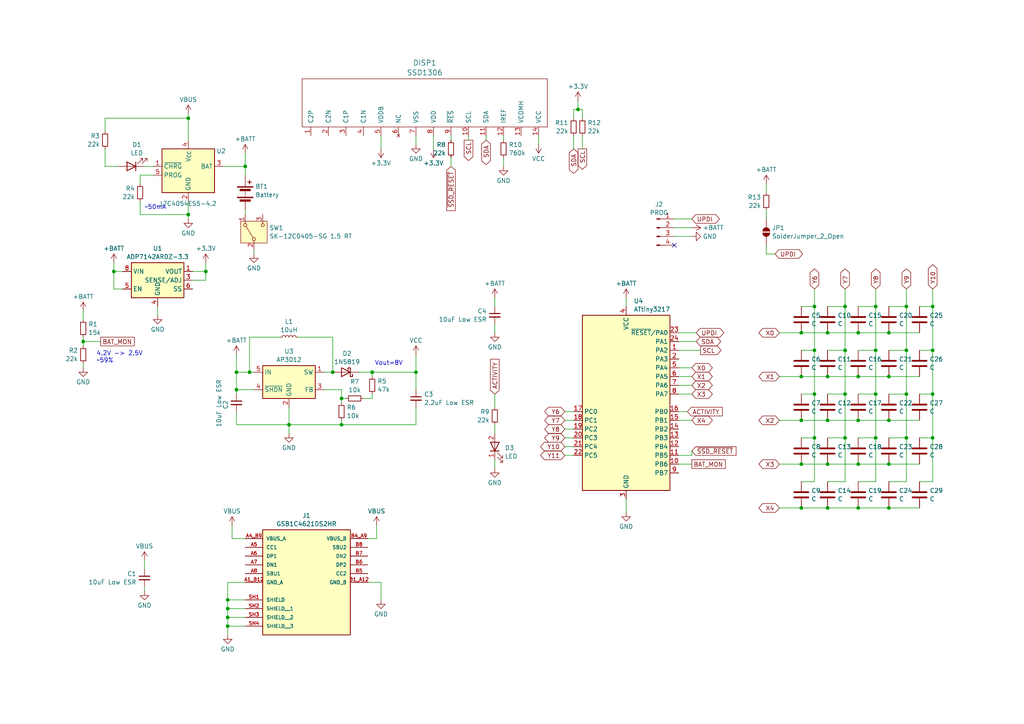
<source format=kicad_sch>
(kicad_sch
	(version 20231120)
	(generator "eeschema")
	(generator_version "8.0")
	(uuid "e75d1c38-88f3-4fbe-beba-fb8679d00fd3")
	(paper "A4")
	(title_block
		(title "PCB Business Card Calculator")
		(date "2024-09-19")
		(rev "2")
		(comment 1 "A.M. Rowsell")
	)
	
	(junction
		(at 66.04 176.53)
		(diameter 0)
		(color 0 0 0 0)
		(uuid "0225b050-391a-4ddb-b2c8-0fa60817dae3")
	)
	(junction
		(at 245.11 101.6)
		(diameter 0)
		(color 0 0 0 0)
		(uuid "066cc211-e0d0-4cc5-a43d-40c9c8e0b4d3")
	)
	(junction
		(at 66.04 179.07)
		(diameter 0)
		(color 0 0 0 0)
		(uuid "0997074b-9963-405c-8ade-bc009362b635")
	)
	(junction
		(at 107.95 107.95)
		(diameter 0)
		(color 0 0 0 0)
		(uuid "0d07d327-3715-49fe-ad7c-3abf89afdac9")
	)
	(junction
		(at 167.64 31.75)
		(diameter 0)
		(color 0 0 0 0)
		(uuid "19111df7-579b-46af-bc88-11fd7046f078")
	)
	(junction
		(at 240.03 121.92)
		(diameter 0)
		(color 0 0 0 0)
		(uuid "1dc34874-7698-413b-9e6a-bcab57bdde9a")
	)
	(junction
		(at 248.92 96.52)
		(diameter 0)
		(color 0 0 0 0)
		(uuid "1fbe8dfe-22c0-4838-8109-42f3be10d148")
	)
	(junction
		(at 245.11 127)
		(diameter 0)
		(color 0 0 0 0)
		(uuid "2152b27e-a4a6-4f4a-a90c-2e269d1e95f8")
	)
	(junction
		(at 248.92 109.22)
		(diameter 0)
		(color 0 0 0 0)
		(uuid "25c77d5f-2374-4524-976e-ad4991dc28aa")
	)
	(junction
		(at 254 114.3)
		(diameter 0)
		(color 0 0 0 0)
		(uuid "2644eb40-995c-46f6-baed-024bdf388721")
	)
	(junction
		(at 236.22 88.9)
		(diameter 0)
		(color 0 0 0 0)
		(uuid "27073f4e-ae6b-4a53-874f-7e4b500ada52")
	)
	(junction
		(at 262.89 127)
		(diameter 0)
		(color 0 0 0 0)
		(uuid "2af18a47-c7f2-4724-a703-bbe4a9f4f216")
	)
	(junction
		(at 54.61 62.23)
		(diameter 0)
		(color 0 0 0 0)
		(uuid "3d54fbef-a05e-46d6-8c7b-cfe475b0ef29")
	)
	(junction
		(at 83.82 123.19)
		(diameter 0)
		(color 0 0 0 0)
		(uuid "3ecdd780-1248-4b29-b3cd-065b72b28825")
	)
	(junction
		(at 71.12 48.26)
		(diameter 0)
		(color 0 0 0 0)
		(uuid "46df5a9f-ff72-458f-b028-e920a64f5f15")
	)
	(junction
		(at 257.81 96.52)
		(diameter 0)
		(color 0 0 0 0)
		(uuid "48633119-e95a-44c0-8664-e558efb79bfa")
	)
	(junction
		(at 96.52 107.95)
		(diameter 0)
		(color 0 0 0 0)
		(uuid "49a7247b-f7a9-47e9-95bb-c186e6c099da")
	)
	(junction
		(at 257.81 121.92)
		(diameter 0)
		(color 0 0 0 0)
		(uuid "4e63e24a-422b-45a6-8a6e-1eb14379505c")
	)
	(junction
		(at 257.81 147.32)
		(diameter 0)
		(color 0 0 0 0)
		(uuid "4e7afc71-e521-4e3e-9b55-a97ab3e77c19")
	)
	(junction
		(at 236.22 101.6)
		(diameter 0)
		(color 0 0 0 0)
		(uuid "52a3059f-63d2-40cf-9c17-52efe9dcbadf")
	)
	(junction
		(at 254 101.6)
		(diameter 0)
		(color 0 0 0 0)
		(uuid "52f3e0bd-cb54-445f-bc63-0c27b6f3afbd")
	)
	(junction
		(at 270.51 101.6)
		(diameter 0)
		(color 0 0 0 0)
		(uuid "55f5056e-e935-49a9-aa85-93ff6f3c0ce9")
	)
	(junction
		(at 54.61 34.29)
		(diameter 0)
		(color 0 0 0 0)
		(uuid "57f8769f-dcdc-4285-b979-42c173f84239")
	)
	(junction
		(at 262.89 114.3)
		(diameter 0)
		(color 0 0 0 0)
		(uuid "60d8badd-8b4e-457f-a321-eda473c1a917")
	)
	(junction
		(at 248.92 121.92)
		(diameter 0)
		(color 0 0 0 0)
		(uuid "6ca81e78-e71e-4c15-9a2e-14539b4709ee")
	)
	(junction
		(at 257.81 109.22)
		(diameter 0)
		(color 0 0 0 0)
		(uuid "6da47fba-8c69-46ed-8b65-311c94c47d20")
	)
	(junction
		(at 245.11 88.9)
		(diameter 0)
		(color 0 0 0 0)
		(uuid "71a83dc1-e141-45c3-95a9-f5101e2a3d22")
	)
	(junction
		(at 240.03 147.32)
		(diameter 0)
		(color 0 0 0 0)
		(uuid "73becfa5-4958-42dd-95bb-cf930159caa4")
	)
	(junction
		(at 24.13 99.06)
		(diameter 0)
		(color 0 0 0 0)
		(uuid "7691a70f-df7a-4759-a961-d4b8fe7abd53")
	)
	(junction
		(at 236.22 127)
		(diameter 0)
		(color 0 0 0 0)
		(uuid "7a45ad64-8e24-4d0f-9a0d-ba1794f213aa")
	)
	(junction
		(at 254 88.9)
		(diameter 0)
		(color 0 0 0 0)
		(uuid "8e5a145c-300f-4d0f-b488-84111a7a59b0")
	)
	(junction
		(at 254 127)
		(diameter 0)
		(color 0 0 0 0)
		(uuid "8f17ba09-3de3-4b4d-aa7b-8103fbcb8c5d")
	)
	(junction
		(at 240.03 134.62)
		(diameter 0)
		(color 0 0 0 0)
		(uuid "90d2644f-adb2-4fb7-87cd-3f45cb481f9b")
	)
	(junction
		(at 240.03 96.52)
		(diameter 0)
		(color 0 0 0 0)
		(uuid "931ee364-5798-4fb7-86ed-3162a0e01e35")
	)
	(junction
		(at 257.81 134.62)
		(diameter 0)
		(color 0 0 0 0)
		(uuid "94b08c0c-fcab-4b0a-b973-273f731f8814")
	)
	(junction
		(at 248.92 147.32)
		(diameter 0)
		(color 0 0 0 0)
		(uuid "95791ac3-be8d-4dba-bb2e-1ad9a5b2f911")
	)
	(junction
		(at 33.02 78.74)
		(diameter 0)
		(color 0 0 0 0)
		(uuid "ac234358-29ec-4267-af20-7adea1baa11b")
	)
	(junction
		(at 72.39 107.95)
		(diameter 0)
		(color 0 0 0 0)
		(uuid "ace1d9d7-db88-4881-bcbb-b20e25c7265c")
	)
	(junction
		(at 236.22 114.3)
		(diameter 0)
		(color 0 0 0 0)
		(uuid "b0e9e862-e980-4810-888c-a7ff472a7fa6")
	)
	(junction
		(at 99.06 123.19)
		(diameter 0)
		(color 0 0 0 0)
		(uuid "b2c4ea2c-a090-4281-9496-f4bb01837e27")
	)
	(junction
		(at 262.89 88.9)
		(diameter 0)
		(color 0 0 0 0)
		(uuid "b52335f1-fcee-4fd3-b866-051338aaa0a7")
	)
	(junction
		(at 245.11 114.3)
		(diameter 0)
		(color 0 0 0 0)
		(uuid "b6b4fc8b-32f6-433a-866e-778de72ef1ba")
	)
	(junction
		(at 99.06 115.57)
		(diameter 0)
		(color 0 0 0 0)
		(uuid "b727a034-fc7b-4d2b-bac8-7dc7ab47767b")
	)
	(junction
		(at 232.41 134.62)
		(diameter 0)
		(color 0 0 0 0)
		(uuid "bae11164-9d80-4d57-93d6-971d2dd7f506")
	)
	(junction
		(at 270.51 114.3)
		(diameter 0)
		(color 0 0 0 0)
		(uuid "bc9b6d07-7c93-46a2-b46a-a21f9f6db8f6")
	)
	(junction
		(at 270.51 127)
		(diameter 0)
		(color 0 0 0 0)
		(uuid "bc9e3945-ff38-4d7b-a428-1d1e041c3faa")
	)
	(junction
		(at 232.41 147.32)
		(diameter 0)
		(color 0 0 0 0)
		(uuid "c8c8afd1-6250-44b4-8394-4b6a04d912f6")
	)
	(junction
		(at 120.65 107.95)
		(diameter 0)
		(color 0 0 0 0)
		(uuid "cc498fa2-f96b-4c1a-be76-43d513b030d3")
	)
	(junction
		(at 262.89 101.6)
		(diameter 0)
		(color 0 0 0 0)
		(uuid "e1230a54-f228-4271-b50e-0b4647b77cda")
	)
	(junction
		(at 68.58 113.03)
		(diameter 0)
		(color 0 0 0 0)
		(uuid "e5472406-eaca-4f1d-944b-d83c91fce6a9")
	)
	(junction
		(at 240.03 109.22)
		(diameter 0)
		(color 0 0 0 0)
		(uuid "e6eb8b2a-25e6-42dd-b8a7-ad25d3bb4dfa")
	)
	(junction
		(at 232.41 96.52)
		(diameter 0)
		(color 0 0 0 0)
		(uuid "e9a7bf70-7fc7-4897-b276-12bf4d1d7e23")
	)
	(junction
		(at 59.69 78.74)
		(diameter 0)
		(color 0 0 0 0)
		(uuid "e9a96f90-8d41-4d01-a2da-5a8c5c1de637")
	)
	(junction
		(at 68.58 107.95)
		(diameter 0)
		(color 0 0 0 0)
		(uuid "efa4d51b-0956-4f8a-923e-882c0eb4f539")
	)
	(junction
		(at 232.41 121.92)
		(diameter 0)
		(color 0 0 0 0)
		(uuid "f0a8f4a6-b1d0-4f65-8157-6bf078bcf73b")
	)
	(junction
		(at 232.41 109.22)
		(diameter 0)
		(color 0 0 0 0)
		(uuid "f0bc26ca-18f3-496a-b53f-0e7775f1800b")
	)
	(junction
		(at 270.51 88.9)
		(diameter 0)
		(color 0 0 0 0)
		(uuid "f67d6fb8-5e7d-4090-89f4-c40ea8c20a62")
	)
	(junction
		(at 66.04 181.61)
		(diameter 0)
		(color 0 0 0 0)
		(uuid "f809aa69-2694-4f63-a516-1c709a2dc0dc")
	)
	(junction
		(at 248.92 134.62)
		(diameter 0)
		(color 0 0 0 0)
		(uuid "fbf25fa3-6001-41cb-a1ea-fd6ad5fcc102")
	)
	(junction
		(at 66.04 173.99)
		(diameter 0)
		(color 0 0 0 0)
		(uuid "ffe302dc-50eb-47eb-b6fd-6cfd4a340be3")
	)
	(no_connect
		(at 195.58 71.12)
		(uuid "86fe3cf1-c7c7-423d-b4dd-cba4090410ad")
	)
	(wire
		(pts
			(xy 196.85 109.22) (xy 200.66 109.22)
		)
		(stroke
			(width 0)
			(type default)
		)
		(uuid "037031d3-7078-4801-b5f3-f158d4c67b86")
	)
	(wire
		(pts
			(xy 68.58 123.19) (xy 83.82 123.19)
		)
		(stroke
			(width 0)
			(type default)
		)
		(uuid "0374f834-8f3c-4dc0-88b2-e7bfb57b251d")
	)
	(wire
		(pts
			(xy 86.36 97.79) (xy 96.52 97.79)
		)
		(stroke
			(width 0)
			(type default)
		)
		(uuid "04ede264-ee92-4db5-8375-be4fdd2dbece")
	)
	(wire
		(pts
			(xy 54.61 34.29) (xy 54.61 40.64)
		)
		(stroke
			(width 0)
			(type default)
		)
		(uuid "06805f9a-bfc8-4737-a228-aa5d27745f25")
	)
	(wire
		(pts
			(xy 226.06 109.22) (xy 232.41 109.22)
		)
		(stroke
			(width 0)
			(type default)
		)
		(uuid "0a70d4bf-ed0b-462b-81a8-333f58f8e01d")
	)
	(wire
		(pts
			(xy 120.65 107.95) (xy 120.65 113.03)
		)
		(stroke
			(width 0)
			(type default)
		)
		(uuid "0c9c0822-4534-4d63-bd90-8654768b31e6")
	)
	(wire
		(pts
			(xy 257.81 96.52) (xy 266.7 96.52)
		)
		(stroke
			(width 0)
			(type default)
		)
		(uuid "0ce64e7c-00dd-4638-8520-79e3811fd885")
	)
	(wire
		(pts
			(xy 68.58 107.95) (xy 72.39 107.95)
		)
		(stroke
			(width 0)
			(type default)
		)
		(uuid "0febc997-d4c6-4eda-8e86-0640e3c37916")
	)
	(wire
		(pts
			(xy 83.82 125.73) (xy 83.82 123.19)
		)
		(stroke
			(width 0)
			(type default)
		)
		(uuid "11076251-c7ea-4a57-bac2-30267a1debd7")
	)
	(wire
		(pts
			(xy 240.03 114.3) (xy 245.11 114.3)
		)
		(stroke
			(width 0)
			(type default)
		)
		(uuid "11e07d9e-54e5-4cdb-aa00-26ca82ee2ae7")
	)
	(wire
		(pts
			(xy 262.89 114.3) (xy 262.89 127)
		)
		(stroke
			(width 0)
			(type default)
		)
		(uuid "12739c29-3b64-4afc-83b6-db7a04380082")
	)
	(wire
		(pts
			(xy 240.03 121.92) (xy 248.92 121.92)
		)
		(stroke
			(width 0)
			(type default)
		)
		(uuid "151e5159-9015-426a-8171-aefd75632b4d")
	)
	(wire
		(pts
			(xy 270.51 114.3) (xy 270.51 127)
		)
		(stroke
			(width 0)
			(type default)
		)
		(uuid "187aac03-3d0e-4362-8317-60805091d7cd")
	)
	(wire
		(pts
			(xy 40.64 62.23) (xy 54.61 62.23)
		)
		(stroke
			(width 0)
			(type default)
		)
		(uuid "18b0083b-3d2b-46d7-a46f-4fb2ab7ce76f")
	)
	(wire
		(pts
			(xy 59.69 78.74) (xy 55.88 78.74)
		)
		(stroke
			(width 0)
			(type default)
		)
		(uuid "191a3a1b-a692-4602-abf4-1363b866a07e")
	)
	(wire
		(pts
			(xy 71.12 60.96) (xy 71.12 62.23)
		)
		(stroke
			(width 0)
			(type default)
		)
		(uuid "1998dd4a-cdcc-4a1e-97c5-451120a2374d")
	)
	(wire
		(pts
			(xy 195.58 66.04) (xy 200.66 66.04)
		)
		(stroke
			(width 0)
			(type default)
		)
		(uuid "19d863d9-5e6a-402f-8053-4f7e2b905522")
	)
	(wire
		(pts
			(xy 140.97 39.37) (xy 140.97 40.64)
		)
		(stroke
			(width 0)
			(type default)
		)
		(uuid "1a794c0d-a951-4f3a-9625-ba15f69d9e18")
	)
	(wire
		(pts
			(xy 254 83.82) (xy 254 88.9)
		)
		(stroke
			(width 0)
			(type default)
		)
		(uuid "1c49e696-cbc6-412a-a317-00dfce886b2b")
	)
	(wire
		(pts
			(xy 99.06 115.57) (xy 100.33 115.57)
		)
		(stroke
			(width 0)
			(type default)
		)
		(uuid "1c6b0ca2-c151-4e0f-ae11-b459a7b7dbc3")
	)
	(wire
		(pts
			(xy 66.04 181.61) (xy 66.04 184.15)
		)
		(stroke
			(width 0)
			(type default)
		)
		(uuid "1cb7a1b1-66a6-4eb4-ac33-96c141e950da")
	)
	(wire
		(pts
			(xy 30.48 34.29) (xy 54.61 34.29)
		)
		(stroke
			(width 0)
			(type default)
		)
		(uuid "1cbe1420-5985-4f86-b8e6-d48f56cd9cb8")
	)
	(wire
		(pts
			(xy 71.12 181.61) (xy 66.04 181.61)
		)
		(stroke
			(width 0)
			(type default)
		)
		(uuid "1e95c9e2-124c-4d54-86aa-fa5ff02eb5d9")
	)
	(wire
		(pts
			(xy 196.85 114.3) (xy 200.66 114.3)
		)
		(stroke
			(width 0)
			(type default)
		)
		(uuid "1f500405-d64f-4055-af38-f8aba9c99e30")
	)
	(wire
		(pts
			(xy 232.41 139.7) (xy 236.22 139.7)
		)
		(stroke
			(width 0)
			(type default)
		)
		(uuid "2075a3db-1306-43f1-8e51-8bb80b25a2bf")
	)
	(wire
		(pts
			(xy 109.22 152.4) (xy 109.22 156.21)
		)
		(stroke
			(width 0)
			(type default)
		)
		(uuid "20b7fc93-9f9c-417a-8b70-de19df8ed5f2")
	)
	(wire
		(pts
			(xy 41.91 48.26) (xy 44.45 48.26)
		)
		(stroke
			(width 0)
			(type default)
		)
		(uuid "21d4fede-59c2-4cfe-bf6f-c6e60569d974")
	)
	(wire
		(pts
			(xy 226.06 134.62) (xy 232.41 134.62)
		)
		(stroke
			(width 0)
			(type default)
		)
		(uuid "237a3957-1ce3-4c0a-92d5-65790e7cef7a")
	)
	(wire
		(pts
			(xy 163.83 124.46) (xy 166.37 124.46)
		)
		(stroke
			(width 0)
			(type default)
		)
		(uuid "23e05d00-d784-4d33-94fb-c01491e5ce27")
	)
	(wire
		(pts
			(xy 240.03 109.22) (xy 248.92 109.22)
		)
		(stroke
			(width 0)
			(type default)
		)
		(uuid "2439b433-8c41-4e31-bfb8-b76dab28f250")
	)
	(wire
		(pts
			(xy 168.91 34.29) (xy 168.91 31.75)
		)
		(stroke
			(width 0)
			(type default)
		)
		(uuid "256dc730-d7d6-4b94-a20c-2acd9dc2f454")
	)
	(wire
		(pts
			(xy 68.58 114.3) (xy 68.58 113.03)
		)
		(stroke
			(width 0)
			(type default)
		)
		(uuid "280eb199-32ac-4c3a-9e12-7762fb010cff")
	)
	(wire
		(pts
			(xy 240.03 101.6) (xy 245.11 101.6)
		)
		(stroke
			(width 0)
			(type default)
		)
		(uuid "283637d4-2bb0-4d11-941e-ce5a30907d05")
	)
	(wire
		(pts
			(xy 240.03 147.32) (xy 248.92 147.32)
		)
		(stroke
			(width 0)
			(type default)
		)
		(uuid "287cebc0-5939-4ff7-98e9-2d5829ceda17")
	)
	(wire
		(pts
			(xy 245.11 83.82) (xy 245.11 88.9)
		)
		(stroke
			(width 0)
			(type default)
		)
		(uuid "29052726-6ada-413e-adbd-41a3d63b848f")
	)
	(wire
		(pts
			(xy 59.69 78.74) (xy 59.69 81.28)
		)
		(stroke
			(width 0)
			(type default)
		)
		(uuid "290b133f-570e-4a29-95e5-24054272cc25")
	)
	(wire
		(pts
			(xy 168.91 39.37) (xy 168.91 43.18)
		)
		(stroke
			(width 0)
			(type default)
		)
		(uuid "2b97efdf-07aa-4410-901d-2bc17eb449fb")
	)
	(wire
		(pts
			(xy 266.7 114.3) (xy 270.51 114.3)
		)
		(stroke
			(width 0)
			(type default)
		)
		(uuid "2cbf2564-d5d9-4a4e-82bf-054981ce3370")
	)
	(wire
		(pts
			(xy 135.89 39.37) (xy 135.89 40.64)
		)
		(stroke
			(width 0)
			(type default)
		)
		(uuid "3016b068-55a0-460c-9bcd-f313520150b1")
	)
	(wire
		(pts
			(xy 66.04 179.07) (xy 66.04 181.61)
		)
		(stroke
			(width 0)
			(type default)
		)
		(uuid "30e22bb7-b9de-4a85-807d-49b2d0d9fc50")
	)
	(wire
		(pts
			(xy 248.92 96.52) (xy 257.81 96.52)
		)
		(stroke
			(width 0)
			(type default)
		)
		(uuid "3768e8c1-6792-455a-9440-472d3b941636")
	)
	(wire
		(pts
			(xy 200.66 132.08) (xy 196.85 132.08)
		)
		(stroke
			(width 0)
			(type default)
		)
		(uuid "37e74cd8-dfd8-478c-ab5d-abd673e69594")
	)
	(wire
		(pts
			(xy 71.12 176.53) (xy 66.04 176.53)
		)
		(stroke
			(width 0)
			(type default)
		)
		(uuid "38a9161f-9564-4340-b6ab-cc0317ca6f1f")
	)
	(wire
		(pts
			(xy 248.92 88.9) (xy 254 88.9)
		)
		(stroke
			(width 0)
			(type default)
		)
		(uuid "3917bd91-8111-4626-972e-d037679ce879")
	)
	(wire
		(pts
			(xy 236.22 114.3) (xy 236.22 127)
		)
		(stroke
			(width 0)
			(type default)
		)
		(uuid "3b1a732b-82e3-4379-b4d4-b798a665e372")
	)
	(wire
		(pts
			(xy 266.7 101.6) (xy 270.51 101.6)
		)
		(stroke
			(width 0)
			(type default)
		)
		(uuid "3d14017b-4c27-4fae-86c1-43b9d2754acf")
	)
	(wire
		(pts
			(xy 68.58 102.87) (xy 68.58 107.95)
		)
		(stroke
			(width 0)
			(type default)
		)
		(uuid "3e23304e-275c-447a-9ae1-044f1b441de5")
	)
	(wire
		(pts
			(xy 66.04 176.53) (xy 66.04 179.07)
		)
		(stroke
			(width 0)
			(type default)
		)
		(uuid "3edb564a-0494-46f1-8a16-bed89aae2257")
	)
	(wire
		(pts
			(xy 236.22 101.6) (xy 236.22 114.3)
		)
		(stroke
			(width 0)
			(type default)
		)
		(uuid "3f55bfe5-69c9-4531-b05f-938c6e0ee057")
	)
	(wire
		(pts
			(xy 195.58 68.58) (xy 200.66 68.58)
		)
		(stroke
			(width 0)
			(type default)
		)
		(uuid "3f901d8c-19e5-4cea-b3bc-fdfaa142e072")
	)
	(wire
		(pts
			(xy 232.41 101.6) (xy 236.22 101.6)
		)
		(stroke
			(width 0)
			(type default)
		)
		(uuid "419a23a1-2ca0-46d5-9617-ad435e8e15d3")
	)
	(wire
		(pts
			(xy 236.22 127) (xy 236.22 139.7)
		)
		(stroke
			(width 0)
			(type default)
		)
		(uuid "427aeda1-9dbb-4b3c-8476-c2542121309c")
	)
	(wire
		(pts
			(xy 24.13 105.41) (xy 24.13 106.68)
		)
		(stroke
			(width 0)
			(type default)
		)
		(uuid "42ebf236-2cb7-434c-a344-6b869faf52ed")
	)
	(wire
		(pts
			(xy 71.12 168.91) (xy 66.04 168.91)
		)
		(stroke
			(width 0)
			(type default)
		)
		(uuid "438e429e-3c0d-49d1-9145-cd2abea901d0")
	)
	(wire
		(pts
			(xy 146.05 45.72) (xy 146.05 48.26)
		)
		(stroke
			(width 0)
			(type default)
		)
		(uuid "456fe568-2691-492b-b217-7a4ee5063420")
	)
	(wire
		(pts
			(xy 254 101.6) (xy 254 114.3)
		)
		(stroke
			(width 0)
			(type default)
		)
		(uuid "45d61f32-940c-48fe-8294-16dd50dfa4cc")
	)
	(wire
		(pts
			(xy 254 127) (xy 254 139.7)
		)
		(stroke
			(width 0)
			(type default)
		)
		(uuid "461fc2a6-02f1-4e6e-8a2e-e66e07a15fd1")
	)
	(wire
		(pts
			(xy 257.81 101.6) (xy 262.89 101.6)
		)
		(stroke
			(width 0)
			(type default)
		)
		(uuid "477b5bdd-8e54-44b3-b33a-bcb30c779b58")
	)
	(wire
		(pts
			(xy 257.81 114.3) (xy 262.89 114.3)
		)
		(stroke
			(width 0)
			(type default)
		)
		(uuid "48000aed-79ee-4212-9d25-bbd581d25f2e")
	)
	(wire
		(pts
			(xy 167.64 29.21) (xy 167.64 31.75)
		)
		(stroke
			(width 0)
			(type default)
		)
		(uuid "48fdf036-338a-4149-bc07-685b3e7c7bfc")
	)
	(wire
		(pts
			(xy 120.65 102.87) (xy 120.65 107.95)
		)
		(stroke
			(width 0)
			(type default)
		)
		(uuid "498f68d3-8817-43d7-8f6f-27bbbd0cfd96")
	)
	(wire
		(pts
			(xy 222.25 71.12) (xy 222.25 73.66)
		)
		(stroke
			(width 0)
			(type default)
		)
		(uuid "4ed23f13-503e-48a2-abf9-df522667d230")
	)
	(wire
		(pts
			(xy 226.06 147.32) (xy 232.41 147.32)
		)
		(stroke
			(width 0)
			(type default)
		)
		(uuid "509ddd48-957a-472a-b8c7-3ce87227f756")
	)
	(wire
		(pts
			(xy 68.58 113.03) (xy 73.66 113.03)
		)
		(stroke
			(width 0)
			(type default)
		)
		(uuid "50a189a2-e4b4-4e61-9192-ed9847f9a999")
	)
	(wire
		(pts
			(xy 232.41 147.32) (xy 240.03 147.32)
		)
		(stroke
			(width 0)
			(type default)
		)
		(uuid "5130d2f5-1bee-4b62-bcb5-c615037abf1c")
	)
	(wire
		(pts
			(xy 232.41 127) (xy 236.22 127)
		)
		(stroke
			(width 0)
			(type default)
		)
		(uuid "51cb4105-1b22-4726-84da-9d5a9d2293ba")
	)
	(wire
		(pts
			(xy 33.02 76.2) (xy 33.02 78.74)
		)
		(stroke
			(width 0)
			(type default)
		)
		(uuid "54ce1f5a-9252-42c9-9720-9b14c5e7735b")
	)
	(wire
		(pts
			(xy 54.61 62.23) (xy 54.61 63.5)
		)
		(stroke
			(width 0)
			(type default)
		)
		(uuid "55708922-3bc6-4136-bfc5-ae88b089849a")
	)
	(wire
		(pts
			(xy 96.52 97.79) (xy 96.52 107.95)
		)
		(stroke
			(width 0)
			(type default)
		)
		(uuid "5659f46f-388a-485d-a044-97ea0c4cc326")
	)
	(wire
		(pts
			(xy 270.51 83.82) (xy 270.51 88.9)
		)
		(stroke
			(width 0)
			(type default)
		)
		(uuid "56b31f30-e637-469b-9068-c5b418ab7c14")
	)
	(wire
		(pts
			(xy 24.13 99.06) (xy 29.21 99.06)
		)
		(stroke
			(width 0)
			(type default)
		)
		(uuid "58f7c104-c888-4101-b8e3-4acd02c2de6d")
	)
	(wire
		(pts
			(xy 73.66 72.39) (xy 73.66 73.66)
		)
		(stroke
			(width 0)
			(type default)
		)
		(uuid "59baff7e-a8dc-4763-bfa5-40ad2741e1a3")
	)
	(wire
		(pts
			(xy 254 114.3) (xy 254 127)
		)
		(stroke
			(width 0)
			(type default)
		)
		(uuid "59c68d83-ec0b-4868-ab2e-8e6c9040a175")
	)
	(wire
		(pts
			(xy 196.85 121.92) (xy 200.66 121.92)
		)
		(stroke
			(width 0)
			(type default)
		)
		(uuid "5a7dc04a-41c7-418b-a775-e240ca2dc0a3")
	)
	(wire
		(pts
			(xy 41.91 170.18) (xy 41.91 171.45)
		)
		(stroke
			(width 0)
			(type default)
		)
		(uuid "5b24ddf1-5d22-4fb6-8fb4-14afd1f7d948")
	)
	(wire
		(pts
			(xy 232.41 109.22) (xy 240.03 109.22)
		)
		(stroke
			(width 0)
			(type default)
		)
		(uuid "5b52b19d-dbcf-46b6-b05a-862b333a7cd5")
	)
	(wire
		(pts
			(xy 166.37 39.37) (xy 166.37 43.18)
		)
		(stroke
			(width 0)
			(type default)
		)
		(uuid "5b8deaa2-cdef-42dd-87fb-2e98c246aeca")
	)
	(wire
		(pts
			(xy 71.12 44.45) (xy 71.12 48.26)
		)
		(stroke
			(width 0)
			(type default)
		)
		(uuid "5bdfcf6c-ad34-43ff-ad3d-4e125044ded9")
	)
	(wire
		(pts
			(xy 262.89 139.7) (xy 257.81 139.7)
		)
		(stroke
			(width 0)
			(type default)
		)
		(uuid "5c697dae-454f-4c2e-8083-5468c0a5dd41")
	)
	(wire
		(pts
			(xy 257.81 127) (xy 262.89 127)
		)
		(stroke
			(width 0)
			(type default)
		)
		(uuid "5cf95510-3272-4749-9e87-40f9ba3110cc")
	)
	(wire
		(pts
			(xy 226.06 121.92) (xy 232.41 121.92)
		)
		(stroke
			(width 0)
			(type default)
		)
		(uuid "5d49f7ae-f374-4e97-8077-8fc4e76d7191")
	)
	(wire
		(pts
			(xy 66.04 168.91) (xy 66.04 173.99)
		)
		(stroke
			(width 0)
			(type default)
		)
		(uuid "5e8cfa74-e510-425b-95be-3a900bd1df35")
	)
	(wire
		(pts
			(xy 236.22 83.82) (xy 236.22 88.9)
		)
		(stroke
			(width 0)
			(type default)
		)
		(uuid "5fca804e-f985-4453-adde-4a58122f3237")
	)
	(wire
		(pts
			(xy 167.64 31.75) (xy 168.91 31.75)
		)
		(stroke
			(width 0)
			(type default)
		)
		(uuid "6156888d-bbea-4b42-a37c-b888bff3fbe7")
	)
	(wire
		(pts
			(xy 24.13 90.17) (xy 24.13 92.71)
		)
		(stroke
			(width 0)
			(type default)
		)
		(uuid "61f6e884-6a14-4554-8a4d-067b5261cb40")
	)
	(wire
		(pts
			(xy 245.11 101.6) (xy 245.11 114.3)
		)
		(stroke
			(width 0)
			(type default)
		)
		(uuid "64175d16-f3ab-427a-a466-6aa91156a32b")
	)
	(wire
		(pts
			(xy 163.83 121.92) (xy 166.37 121.92)
		)
		(stroke
			(width 0)
			(type default)
		)
		(uuid "64d00797-ba03-40d3-99a7-2950a92a6827")
	)
	(wire
		(pts
			(xy 232.41 96.52) (xy 240.03 96.52)
		)
		(stroke
			(width 0)
			(type default)
		)
		(uuid "664e7de1-9be0-4038-b0b4-bc7b4296d0a4")
	)
	(wire
		(pts
			(xy 33.02 78.74) (xy 35.56 78.74)
		)
		(stroke
			(width 0)
			(type default)
		)
		(uuid "66996fc5-436d-4b14-a2ab-d6539b322355")
	)
	(wire
		(pts
			(xy 245.11 127) (xy 245.11 139.7)
		)
		(stroke
			(width 0)
			(type default)
		)
		(uuid "68e5a37a-b463-45ed-853f-4a3526cf4fa4")
	)
	(wire
		(pts
			(xy 81.28 97.79) (xy 72.39 97.79)
		)
		(stroke
			(width 0)
			(type default)
		)
		(uuid "6b9a2316-529b-48f9-b95d-c6a09e6a6d46")
	)
	(wire
		(pts
			(xy 257.81 121.92) (xy 266.7 121.92)
		)
		(stroke
			(width 0)
			(type default)
		)
		(uuid "6ca9210f-f480-488a-9575-c5478384b69f")
	)
	(wire
		(pts
			(xy 83.82 118.11) (xy 83.82 123.19)
		)
		(stroke
			(width 0)
			(type default)
		)
		(uuid "6f0f011c-b0cc-4ce1-a020-d2e9dfe765d6")
	)
	(wire
		(pts
			(xy 41.91 162.56) (xy 41.91 165.1)
		)
		(stroke
			(width 0)
			(type default)
		)
		(uuid "6f9f4872-69a6-4b79-b1a7-f69aa3bbfe07")
	)
	(wire
		(pts
			(xy 232.41 121.92) (xy 240.03 121.92)
		)
		(stroke
			(width 0)
			(type default)
		)
		(uuid "7004e4ad-63d2-46a4-8443-5a235f140e4c")
	)
	(wire
		(pts
			(xy 257.81 88.9) (xy 262.89 88.9)
		)
		(stroke
			(width 0)
			(type default)
		)
		(uuid "71e5afae-a9c6-45ee-87ff-b4b482a84ca3")
	)
	(wire
		(pts
			(xy 236.22 88.9) (xy 236.22 101.6)
		)
		(stroke
			(width 0)
			(type default)
		)
		(uuid "738cc6d0-db0f-45f0-a5d4-3cf35ef117e0")
	)
	(wire
		(pts
			(xy 232.41 134.62) (xy 240.03 134.62)
		)
		(stroke
			(width 0)
			(type default)
		)
		(uuid "74e04060-915d-4912-8370-dcf37aa4abcc")
	)
	(wire
		(pts
			(xy 196.85 101.6) (xy 203.2 101.6)
		)
		(stroke
			(width 0)
			(type default)
		)
		(uuid "7536ecbb-782a-4f34-9d20-5cab3ce6a3d5")
	)
	(wire
		(pts
			(xy 240.03 96.52) (xy 248.92 96.52)
		)
		(stroke
			(width 0)
			(type default)
		)
		(uuid "75633814-2f03-4b2b-a4ce-60996f2a4993")
	)
	(wire
		(pts
			(xy 248.92 109.22) (xy 257.81 109.22)
		)
		(stroke
			(width 0)
			(type default)
		)
		(uuid "75d2c37b-87ad-4688-a3ce-39ffa6214eea")
	)
	(wire
		(pts
			(xy 33.02 83.82) (xy 33.02 78.74)
		)
		(stroke
			(width 0)
			(type default)
		)
		(uuid "77b7b841-951e-4c78-a8a6-0723468c52cc")
	)
	(wire
		(pts
			(xy 110.49 168.91) (xy 110.49 173.99)
		)
		(stroke
			(width 0)
			(type default)
		)
		(uuid "7a915583-50b3-4955-9143-ede00ba43089")
	)
	(wire
		(pts
			(xy 71.12 179.07) (xy 66.04 179.07)
		)
		(stroke
			(width 0)
			(type default)
		)
		(uuid "7ae21c99-7073-4106-a8ba-faed8fbead25")
	)
	(wire
		(pts
			(xy 68.58 113.03) (xy 68.58 107.95)
		)
		(stroke
			(width 0)
			(type default)
		)
		(uuid "7affd0b5-f9fb-4ac9-88b2-74b8fbd21b3c")
	)
	(wire
		(pts
			(xy 163.83 129.54) (xy 166.37 129.54)
		)
		(stroke
			(width 0)
			(type default)
		)
		(uuid "7c21d5d1-af15-4ede-85f5-88b7e64f21e1")
	)
	(wire
		(pts
			(xy 222.25 60.96) (xy 222.25 63.5)
		)
		(stroke
			(width 0)
			(type default)
		)
		(uuid "7eb4505c-d06e-4080-a131-36e22caff29c")
	)
	(wire
		(pts
			(xy 196.85 119.38) (xy 199.39 119.38)
		)
		(stroke
			(width 0)
			(type default)
		)
		(uuid "7eda9619-a1b7-4438-a41d-82b0e88697ec")
	)
	(wire
		(pts
			(xy 270.51 101.6) (xy 270.51 114.3)
		)
		(stroke
			(width 0)
			(type default)
		)
		(uuid "7eef665c-7b8d-41a1-baf8-3f535c10fb33")
	)
	(wire
		(pts
			(xy 93.98 113.03) (xy 99.06 113.03)
		)
		(stroke
			(width 0)
			(type default)
		)
		(uuid "8006c373-708c-4224-9cd6-68290927b6c8")
	)
	(wire
		(pts
			(xy 72.39 97.79) (xy 72.39 107.95)
		)
		(stroke
			(width 0)
			(type default)
		)
		(uuid "800aba32-24d4-45c6-85f7-752928c56fdd")
	)
	(wire
		(pts
			(xy 232.41 114.3) (xy 236.22 114.3)
		)
		(stroke
			(width 0)
			(type default)
		)
		(uuid "804e24a3-cfde-4227-9116-bb9d829782dc")
	)
	(wire
		(pts
			(xy 196.85 111.76) (xy 200.66 111.76)
		)
		(stroke
			(width 0)
			(type default)
		)
		(uuid "82423aa8-0d10-4bf3-ac34-186ef63d6165")
	)
	(wire
		(pts
			(xy 195.58 63.5) (xy 200.66 63.5)
		)
		(stroke
			(width 0)
			(type default)
		)
		(uuid "83837f47-41a9-468e-81b7-81a78bfd58fb")
	)
	(wire
		(pts
			(xy 30.48 48.26) (xy 34.29 48.26)
		)
		(stroke
			(width 0)
			(type default)
		)
		(uuid "83c2775e-577c-4ded-97eb-436bea877ec5")
	)
	(wire
		(pts
			(xy 45.72 88.9) (xy 45.72 91.44)
		)
		(stroke
			(width 0)
			(type default)
		)
		(uuid "847d752d-2398-4465-a0bf-0bbe943a8426")
	)
	(wire
		(pts
			(xy 156.21 39.37) (xy 156.21 41.91)
		)
		(stroke
			(width 0)
			(type default)
		)
		(uuid "84b2429f-c77a-4046-b8c6-455af5d9498f")
	)
	(wire
		(pts
			(xy 106.68 168.91) (xy 110.49 168.91)
		)
		(stroke
			(width 0)
			(type default)
		)
		(uuid "84c49dce-4806-43e0-944a-6cf1110f025a")
	)
	(wire
		(pts
			(xy 55.88 81.28) (xy 59.69 81.28)
		)
		(stroke
			(width 0)
			(type default)
		)
		(uuid "87be8939-ad49-4e81-82c4-0cb184b72dbb")
	)
	(wire
		(pts
			(xy 104.14 107.95) (xy 107.95 107.95)
		)
		(stroke
			(width 0)
			(type default)
		)
		(uuid "8882fae0-d8a6-4048-97f6-cb6992b88ddc")
	)
	(wire
		(pts
			(xy 130.81 39.37) (xy 130.81 40.64)
		)
		(stroke
			(width 0)
			(type default)
		)
		(uuid "88c21edb-b2b9-48d2-9e56-5b190e5463cf")
	)
	(wire
		(pts
			(xy 257.81 109.22) (xy 266.7 109.22)
		)
		(stroke
			(width 0)
			(type default)
		)
		(uuid "8afe0bef-bd44-4adc-bab1-6315e52735e0")
	)
	(wire
		(pts
			(xy 109.22 156.21) (xy 106.68 156.21)
		)
		(stroke
			(width 0)
			(type default)
		)
		(uuid "8b4d35ca-625f-45ce-a546-0c8e8e1d685a")
	)
	(wire
		(pts
			(xy 262.89 101.6) (xy 262.89 114.3)
		)
		(stroke
			(width 0)
			(type default)
		)
		(uuid "8dbed7b5-95b6-4793-ac0a-fa7295dad347")
	)
	(wire
		(pts
			(xy 54.61 33.02) (xy 54.61 34.29)
		)
		(stroke
			(width 0)
			(type default)
		)
		(uuid "8f9e6d98-0598-4d01-8596-435b5ef78612")
	)
	(wire
		(pts
			(xy 232.41 88.9) (xy 236.22 88.9)
		)
		(stroke
			(width 0)
			(type default)
		)
		(uuid "8fb2f5a2-5a48-41ec-abfb-1137863ecc10")
	)
	(wire
		(pts
			(xy 240.03 134.62) (xy 248.92 134.62)
		)
		(stroke
			(width 0)
			(type default)
		)
		(uuid "905d2938-70a2-4aa2-a609-e6c994c8831c")
	)
	(wire
		(pts
			(xy 196.85 96.52) (xy 201.93 96.52)
		)
		(stroke
			(width 0)
			(type default)
		)
		(uuid "917b1480-825a-45ec-8ab0-115639d2bf87")
	)
	(wire
		(pts
			(xy 270.51 139.7) (xy 266.7 139.7)
		)
		(stroke
			(width 0)
			(type default)
		)
		(uuid "9293739e-7f43-4fac-a99d-7a7c089924ca")
	)
	(wire
		(pts
			(xy 248.92 127) (xy 254 127)
		)
		(stroke
			(width 0)
			(type default)
		)
		(uuid "92ed1639-827f-4e7c-a5f5-afc722bb05aa")
	)
	(wire
		(pts
			(xy 245.11 114.3) (xy 245.11 127)
		)
		(stroke
			(width 0)
			(type default)
		)
		(uuid "9407c6eb-9385-4254-840f-2651ec94981e")
	)
	(wire
		(pts
			(xy 240.03 88.9) (xy 245.11 88.9)
		)
		(stroke
			(width 0)
			(type default)
		)
		(uuid "943a67ec-4107-4580-bd69-4197f2567e9e")
	)
	(wire
		(pts
			(xy 248.92 147.32) (xy 257.81 147.32)
		)
		(stroke
			(width 0)
			(type default)
		)
		(uuid "95a49466-08dd-486b-a5d8-f021422a95b3")
	)
	(wire
		(pts
			(xy 245.11 88.9) (xy 245.11 101.6)
		)
		(stroke
			(width 0)
			(type default)
		)
		(uuid "98154117-551a-4d91-9648-073b6c8118d6")
	)
	(wire
		(pts
			(xy 240.03 127) (xy 245.11 127)
		)
		(stroke
			(width 0)
			(type default)
		)
		(uuid "991ed91c-baf4-4c1b-9506-5c0c4ff5adfd")
	)
	(wire
		(pts
			(xy 196.85 106.68) (xy 200.66 106.68)
		)
		(stroke
			(width 0)
			(type default)
		)
		(uuid "9bf6c2bb-ea16-4a33-88b3-d7f4d30bcb17")
	)
	(wire
		(pts
			(xy 125.73 39.37) (xy 125.73 43.18)
		)
		(stroke
			(width 0)
			(type default)
		)
		(uuid "9c165d25-c86d-4d90-92c5-3d3eb0dae6ab")
	)
	(wire
		(pts
			(xy 270.51 88.9) (xy 270.51 101.6)
		)
		(stroke
			(width 0)
			(type default)
		)
		(uuid "9dcf37bd-23ec-4f8a-8337-acd4a3418fdb")
	)
	(wire
		(pts
			(xy 143.51 114.3) (xy 143.51 118.11)
		)
		(stroke
			(width 0)
			(type default)
		)
		(uuid "9f873b2c-2c0c-46a9-941c-90334e5bf08e")
	)
	(wire
		(pts
			(xy 99.06 113.03) (xy 99.06 115.57)
		)
		(stroke
			(width 0)
			(type default)
		)
		(uuid "a0b94384-bff9-4318-944c-aa6a67129037")
	)
	(wire
		(pts
			(xy 143.51 86.36) (xy 143.51 88.9)
		)
		(stroke
			(width 0)
			(type default)
		)
		(uuid "a1b42a0e-9f82-4b5b-9b6f-d02d86041d03")
	)
	(wire
		(pts
			(xy 143.51 123.19) (xy 143.51 125.73)
		)
		(stroke
			(width 0)
			(type default)
		)
		(uuid "a458d0a7-c6ca-4f2b-b389-8da23756cd53")
	)
	(wire
		(pts
			(xy 254 139.7) (xy 248.92 139.7)
		)
		(stroke
			(width 0)
			(type default)
		)
		(uuid "a525f44f-57b5-4581-a75c-a037114d8668")
	)
	(wire
		(pts
			(xy 181.61 144.78) (xy 181.61 148.59)
		)
		(stroke
			(width 0)
			(type default)
		)
		(uuid "a608a623-d5ab-4d63-b20b-49d7852eb90a")
	)
	(wire
		(pts
			(xy 54.61 58.42) (xy 54.61 62.23)
		)
		(stroke
			(width 0)
			(type default)
		)
		(uuid "a6a1ee2a-8d47-4b4e-8316-fe842e1391dd")
	)
	(wire
		(pts
			(xy 107.95 114.3) (xy 107.95 115.57)
		)
		(stroke
			(width 0)
			(type default)
		)
		(uuid "ab0268a3-6df0-4d86-af10-fcb386668af4")
	)
	(wire
		(pts
			(xy 99.06 116.84) (xy 99.06 115.57)
		)
		(stroke
			(width 0)
			(type default)
		)
		(uuid "abce1d67-33a9-4879-8a66-0f0a221e8056")
	)
	(wire
		(pts
			(xy 248.92 114.3) (xy 254 114.3)
		)
		(stroke
			(width 0)
			(type default)
		)
		(uuid "ad768ce0-5fd6-4e30-b7b0-9c51896d03e2")
	)
	(wire
		(pts
			(xy 110.49 39.37) (xy 110.49 43.18)
		)
		(stroke
			(width 0)
			(type default)
		)
		(uuid "b11badef-4fcb-4a68-96b9-565e2b56f2fb")
	)
	(wire
		(pts
			(xy 163.83 119.38) (xy 166.37 119.38)
		)
		(stroke
			(width 0)
			(type default)
		)
		(uuid "b2c6367c-bb2f-45fc-9c6d-78e77a25595c")
	)
	(wire
		(pts
			(xy 67.31 152.4) (xy 67.31 156.21)
		)
		(stroke
			(width 0)
			(type default)
		)
		(uuid "b356b707-8c6e-4192-8cf7-7f5e186291fe")
	)
	(wire
		(pts
			(xy 107.95 107.95) (xy 120.65 107.95)
		)
		(stroke
			(width 0)
			(type default)
		)
		(uuid "b4387e48-a17c-40ad-8525-ce256db8d8da")
	)
	(wire
		(pts
			(xy 163.83 132.08) (xy 166.37 132.08)
		)
		(stroke
			(width 0)
			(type default)
		)
		(uuid "b531c459-d843-4937-afd3-21dd15d2357a")
	)
	(wire
		(pts
			(xy 105.41 115.57) (xy 107.95 115.57)
		)
		(stroke
			(width 0)
			(type default)
		)
		(uuid "b5854691-8a9c-4043-b91e-5539d43219ed")
	)
	(wire
		(pts
			(xy 107.95 107.95) (xy 107.95 109.22)
		)
		(stroke
			(width 0)
			(type default)
		)
		(uuid "b58f2a73-39f0-41f6-ac69-dbd10253a868")
	)
	(wire
		(pts
			(xy 266.7 127) (xy 270.51 127)
		)
		(stroke
			(width 0)
			(type default)
		)
		(uuid "b6deda7e-3b8f-44e5-9706-fb6a757d3ae5")
	)
	(wire
		(pts
			(xy 30.48 38.1) (xy 30.48 34.29)
		)
		(stroke
			(width 0)
			(type default)
		)
		(uuid "b928c6c7-d59e-4af1-b9a1-a3d257cd6fa3")
	)
	(wire
		(pts
			(xy 67.31 156.21) (xy 71.12 156.21)
		)
		(stroke
			(width 0)
			(type default)
		)
		(uuid "ba9f0823-b651-48f7-b856-0a488d3ad75b")
	)
	(wire
		(pts
			(xy 40.64 50.8) (xy 40.64 53.34)
		)
		(stroke
			(width 0)
			(type default)
		)
		(uuid "bd963047-e46a-4d44-8d94-35fc173b5688")
	)
	(wire
		(pts
			(xy 24.13 97.79) (xy 24.13 99.06)
		)
		(stroke
			(width 0)
			(type default)
		)
		(uuid "bec7de25-9fa3-47e5-b3e6-1b85233f4bb6")
	)
	(wire
		(pts
			(xy 257.81 147.32) (xy 266.7 147.32)
		)
		(stroke
			(width 0)
			(type default)
		)
		(uuid "bfcb6ad0-6c9c-4ad5-ae5f-03c61b86e818")
	)
	(wire
		(pts
			(xy 200.66 130.81) (xy 200.66 132.08)
		)
		(stroke
			(width 0)
			(type default)
		)
		(uuid "c03c51ff-53ea-43b0-ad60-7c37b4d162fc")
	)
	(wire
		(pts
			(xy 257.81 134.62) (xy 266.7 134.62)
		)
		(stroke
			(width 0)
			(type default)
		)
		(uuid "c0725679-72aa-48aa-add1-a39abc7bce24")
	)
	(wire
		(pts
			(xy 71.12 48.26) (xy 71.12 50.8)
		)
		(stroke
			(width 0)
			(type default)
		)
		(uuid "c13ea514-7667-4c46-a378-2f56b5e131c1")
	)
	(wire
		(pts
			(xy 72.39 107.95) (xy 73.66 107.95)
		)
		(stroke
			(width 0)
			(type default)
		)
		(uuid "c2e5b367-8177-4a53-a72c-ad63957d12de")
	)
	(wire
		(pts
			(xy 248.92 134.62) (xy 257.81 134.62)
		)
		(stroke
			(width 0)
			(type default)
		)
		(uuid "c34633a5-c8d3-4b3d-9095-1c011274a22c")
	)
	(wire
		(pts
			(xy 262.89 83.82) (xy 262.89 88.9)
		)
		(stroke
			(width 0)
			(type default)
		)
		(uuid "c37d3e96-6399-4c67-b88a-fe19ffca81a4")
	)
	(wire
		(pts
			(xy 71.12 173.99) (xy 66.04 173.99)
		)
		(stroke
			(width 0)
			(type default)
		)
		(uuid "c4f480e0-6edc-48d8-969a-b9692b34be04")
	)
	(wire
		(pts
			(xy 143.51 93.98) (xy 143.51 96.52)
		)
		(stroke
			(width 0)
			(type default)
		)
		(uuid "c6738b22-efed-42af-8e1b-af2d78001f51")
	)
	(wire
		(pts
			(xy 254 88.9) (xy 254 101.6)
		)
		(stroke
			(width 0)
			(type default)
		)
		(uuid "c6fd2587-6171-4eec-b2b7-7cf8076a792d")
	)
	(wire
		(pts
			(xy 262.89 88.9) (xy 262.89 101.6)
		)
		(stroke
			(width 0)
			(type default)
		)
		(uuid "c7442e98-51b8-4786-b1f7-b3c6316398fe")
	)
	(wire
		(pts
			(xy 120.65 118.11) (xy 120.65 123.19)
		)
		(stroke
			(width 0)
			(type default)
		)
		(uuid "ca390181-aa70-428a-8067-6e6b1ee780db")
	)
	(wire
		(pts
			(xy 248.92 101.6) (xy 254 101.6)
		)
		(stroke
			(width 0)
			(type default)
		)
		(uuid "cc2c1348-235f-4282-a647-072c1fdb3f21")
	)
	(wire
		(pts
			(xy 120.65 39.37) (xy 120.65 41.91)
		)
		(stroke
			(width 0)
			(type default)
		)
		(uuid "cd66c3e0-fd49-4e33-a129-9c7de28e07f8")
	)
	(wire
		(pts
			(xy 83.82 123.19) (xy 99.06 123.19)
		)
		(stroke
			(width 0)
			(type default)
		)
		(uuid "d0f63071-ab26-40ea-b141-d64a005769fe")
	)
	(wire
		(pts
			(xy 99.06 123.19) (xy 99.06 121.92)
		)
		(stroke
			(width 0)
			(type default)
		)
		(uuid "d7e4813e-a0ac-4f3e-80ec-265f00b56707")
	)
	(wire
		(pts
			(xy 143.51 133.35) (xy 143.51 135.89)
		)
		(stroke
			(width 0)
			(type default)
		)
		(uuid "d9cb014c-c500-4264-a6b3-1eb0877838a9")
	)
	(wire
		(pts
			(xy 66.04 173.99) (xy 66.04 176.53)
		)
		(stroke
			(width 0)
			(type default)
		)
		(uuid "db167162-26f8-4466-a59e-a02ba21ec0cc")
	)
	(wire
		(pts
			(xy 163.83 127) (xy 166.37 127)
		)
		(stroke
			(width 0)
			(type default)
		)
		(uuid "de156f92-0824-4c50-aeb8-5f5003d70972")
	)
	(wire
		(pts
			(xy 68.58 119.38) (xy 68.58 123.19)
		)
		(stroke
			(width 0)
			(type default)
		)
		(uuid "e0fa8fa0-5186-495e-abaa-d7baaf75341f")
	)
	(wire
		(pts
			(xy 166.37 31.75) (xy 166.37 34.29)
		)
		(stroke
			(width 0)
			(type default)
		)
		(uuid "e1ba1074-9bae-44d9-9065-eb75a940b500")
	)
	(wire
		(pts
			(xy 99.06 123.19) (xy 120.65 123.19)
		)
		(stroke
			(width 0)
			(type default)
		)
		(uuid "e21b0f08-fc19-4187-80fa-b0477fb690b0")
	)
	(wire
		(pts
			(xy 196.85 134.62) (xy 200.66 134.62)
		)
		(stroke
			(width 0)
			(type default)
		)
		(uuid "e2be5ac8-4c52-49cf-b9a2-fd1d00102aa9")
	)
	(wire
		(pts
			(xy 270.51 127) (xy 270.51 139.7)
		)
		(stroke
			(width 0)
			(type default)
		)
		(uuid "e2d13cb6-58a9-4887-8b76-e4aa092ef29f")
	)
	(wire
		(pts
			(xy 245.11 139.7) (xy 240.03 139.7)
		)
		(stroke
			(width 0)
			(type default)
		)
		(uuid "e30a0cce-0c35-4980-bf42-ef8071c493ce")
	)
	(wire
		(pts
			(xy 96.52 107.95) (xy 93.98 107.95)
		)
		(stroke
			(width 0)
			(type default)
		)
		(uuid "e3c043e4-dd5f-4ade-86f4-e502590715b2")
	)
	(wire
		(pts
			(xy 44.45 50.8) (xy 40.64 50.8)
		)
		(stroke
			(width 0)
			(type default)
		)
		(uuid "e5b9ab0c-7c5c-4502-8c62-9a283b6912c7")
	)
	(wire
		(pts
			(xy 59.69 76.2) (xy 59.69 78.74)
		)
		(stroke
			(width 0)
			(type default)
		)
		(uuid "e61b7e18-1a70-4be2-83d2-a9540dc30c69")
	)
	(wire
		(pts
			(xy 40.64 58.42) (xy 40.64 62.23)
		)
		(stroke
			(width 0)
			(type default)
		)
		(uuid "e84ac012-c945-4553-853a-a32fa1f71756")
	)
	(wire
		(pts
			(xy 181.61 86.36) (xy 181.61 88.9)
		)
		(stroke
			(width 0)
			(type default)
		)
		(uuid "e9f8e3ff-a51f-493d-9b9c-9b8c9206414d")
	)
	(wire
		(pts
			(xy 266.7 88.9) (xy 270.51 88.9)
		)
		(stroke
			(width 0)
			(type default)
		)
		(uuid "ecd0dee3-f36f-411b-8977-5ee4720edd46")
	)
	(wire
		(pts
			(xy 196.85 99.06) (xy 201.93 99.06)
		)
		(stroke
			(width 0)
			(type default)
		)
		(uuid "efadf10b-517e-4d1c-9574-dc21046ba45f")
	)
	(wire
		(pts
			(xy 248.92 121.92) (xy 257.81 121.92)
		)
		(stroke
			(width 0)
			(type default)
		)
		(uuid "efdf7e0b-e2c6-4780-9ba0-8f69b2659459")
	)
	(wire
		(pts
			(xy 166.37 31.75) (xy 167.64 31.75)
		)
		(stroke
			(width 0)
			(type default)
		)
		(uuid "f023c241-7378-4dcd-bb87-9c8e31c09aa3")
	)
	(wire
		(pts
			(xy 226.06 96.52) (xy 232.41 96.52)
		)
		(stroke
			(width 0)
			(type default)
		)
		(uuid "f05d512f-7d83-48a7-bd74-c16520f1d2e9")
	)
	(wire
		(pts
			(xy 130.81 45.72) (xy 130.81 48.26)
		)
		(stroke
			(width 0)
			(type default)
		)
		(uuid "f441504b-d59c-4209-b2fc-8c7e9dacfb69")
	)
	(wire
		(pts
			(xy 35.56 83.82) (xy 33.02 83.82)
		)
		(stroke
			(width 0)
			(type default)
		)
		(uuid "f77e7b90-42e7-4c92-ba1e-387e878cc023")
	)
	(wire
		(pts
			(xy 262.89 127) (xy 262.89 139.7)
		)
		(stroke
			(width 0)
			(type default)
		)
		(uuid "f94d3ff6-ed43-4767-a714-afaea8c094af")
	)
	(wire
		(pts
			(xy 222.25 73.66) (xy 224.79 73.66)
		)
		(stroke
			(width 0)
			(type default)
		)
		(uuid "fb1ee0dc-512a-4cb4-bd2f-0eb622824906")
	)
	(wire
		(pts
			(xy 64.77 48.26) (xy 71.12 48.26)
		)
		(stroke
			(width 0)
			(type default)
		)
		(uuid "fbeb1d1a-ae86-4753-b2b9-5f3866b20c5d")
	)
	(wire
		(pts
			(xy 30.48 43.18) (xy 30.48 48.26)
		)
		(stroke
			(width 0)
			(type default)
		)
		(uuid "fdd83241-3899-4abd-a9d6-5acb347d052d")
	)
	(wire
		(pts
			(xy 222.25 53.34) (xy 222.25 55.88)
		)
		(stroke
			(width 0)
			(type default)
		)
		(uuid "fddbbe8e-54b7-4eff-abc2-332a1381ab6b")
	)
	(wire
		(pts
			(xy 146.05 39.37) (xy 146.05 40.64)
		)
		(stroke
			(width 0)
			(type default)
		)
		(uuid "ff6c24c3-6ef7-40ba-bbdd-fa1c4c5856cb")
	)
	(wire
		(pts
			(xy 24.13 99.06) (xy 24.13 100.33)
		)
		(stroke
			(width 0)
			(type default)
		)
		(uuid "ffd3ce75-5acc-4bf4-882a-140323cfffbf")
	)
	(text "Vout=8V"
		(exclude_from_sim no)
		(at 112.776 105.41 0)
		(effects
			(font
				(size 1.27 1.27)
			)
		)
		(uuid "4c6aa1c1-a93e-4d85-998c-ad8934ccafb2")
	)
	(text "4.2V -> 2.5V\n~59%"
		(exclude_from_sim no)
		(at 27.94 105.41 0)
		(effects
			(font
				(size 1.27 1.27)
			)
			(justify left bottom)
		)
		(uuid "85cc86d4-10f3-43f0-8c40-0a6b70db997b")
	)
	(text "~50mA"
		(exclude_from_sim no)
		(at 41.91 60.96 0)
		(effects
			(font
				(size 1.27 1.27)
			)
			(justify left bottom)
		)
		(uuid "cea02365-d201-46e3-8585-9a47eb0cfafb")
	)
	(global_label "X1"
		(shape bidirectional)
		(at 200.66 109.22 0)
		(fields_autoplaced yes)
		(effects
			(font
				(size 1.27 1.27)
			)
			(justify left)
		)
		(uuid "04387f43-af8f-4e75-aef0-3310c587286d")
		(property "Intersheetrefs" "${INTERSHEET_REFS}"
			(at 207.1755 109.22 0)
			(effects
				(font
					(size 1.27 1.27)
				)
				(justify left)
				(hide yes)
			)
		)
	)
	(global_label "X3"
		(shape bidirectional)
		(at 200.66 114.3 0)
		(fields_autoplaced yes)
		(effects
			(font
				(size 1.27 1.27)
			)
			(justify left)
		)
		(uuid "08eb42fa-e17c-4e75-961a-000211370931")
		(property "Intersheetrefs" "${INTERSHEET_REFS}"
			(at 207.1755 114.3 0)
			(effects
				(font
					(size 1.27 1.27)
				)
				(justify left)
				(hide yes)
			)
		)
	)
	(global_label "SDA"
		(shape bidirectional)
		(at 166.37 43.18 270)
		(fields_autoplaced yes)
		(effects
			(font
				(size 1.27 1.27)
			)
			(justify right)
		)
		(uuid "0b4b8acb-2a9c-4465-a5fa-83953c9b308c")
		(property "Intersheetrefs" "${INTERSHEET_REFS}"
			(at 166.37 50.8446 90)
			(effects
				(font
					(size 1.27 1.27)
				)
				(justify right)
				(hide yes)
			)
		)
	)
	(global_label "UPDI"
		(shape bidirectional)
		(at 224.79 73.66 0)
		(fields_autoplaced yes)
		(effects
			(font
				(size 1.27 1.27)
			)
			(justify left)
		)
		(uuid "0ee9af3e-7495-4046-a2b7-08740cb5f127")
		(property "Intersheetrefs" "${INTERSHEET_REFS}"
			(at 233.3618 73.66 0)
			(effects
				(font
					(size 1.27 1.27)
				)
				(justify left)
				(hide yes)
			)
		)
	)
	(global_label "SDA"
		(shape bidirectional)
		(at 201.93 99.06 0)
		(fields_autoplaced yes)
		(effects
			(font
				(size 1.27 1.27)
			)
			(justify left)
		)
		(uuid "125b07e7-4755-4984-8ffa-bba9d46f498e")
		(property "Intersheetrefs" "${INTERSHEET_REFS}"
			(at 209.5946 99.06 0)
			(effects
				(font
					(size 1.27 1.27)
				)
				(justify left)
				(hide yes)
			)
		)
	)
	(global_label "SDA"
		(shape bidirectional)
		(at 140.97 40.64 270)
		(fields_autoplaced yes)
		(effects
			(font
				(size 1.27 1.27)
			)
			(justify right)
		)
		(uuid "1264a3dc-44b1-4629-a9bd-68f8da343834")
		(property "Intersheetrefs" "${INTERSHEET_REFS}"
			(at 140.97 48.3046 90)
			(effects
				(font
					(size 1.27 1.27)
				)
				(justify right)
				(hide yes)
			)
		)
	)
	(global_label "X3"
		(shape bidirectional)
		(at 226.06 134.62 180)
		(fields_autoplaced yes)
		(effects
			(font
				(size 1.27 1.27)
			)
			(justify right)
		)
		(uuid "1f5b90b3-7688-431e-b91c-4d873ec4b3cf")
		(property "Intersheetrefs" "${INTERSHEET_REFS}"
			(at 219.5445 134.62 0)
			(effects
				(font
					(size 1.27 1.27)
				)
				(justify right)
				(hide yes)
			)
		)
	)
	(global_label "X2"
		(shape bidirectional)
		(at 200.66 111.76 0)
		(fields_autoplaced yes)
		(effects
			(font
				(size 1.27 1.27)
			)
			(justify left)
		)
		(uuid "2259f06a-3bfa-4ae4-8ee2-1a88ed16d3bc")
		(property "Intersheetrefs" "${INTERSHEET_REFS}"
			(at 207.1755 111.76 0)
			(effects
				(font
					(size 1.27 1.27)
				)
				(justify left)
				(hide yes)
			)
		)
	)
	(global_label "UPDI"
		(shape bidirectional)
		(at 201.93 96.52 0)
		(fields_autoplaced yes)
		(effects
			(font
				(size 1.27 1.27)
			)
			(justify left)
		)
		(uuid "2263f2cc-3026-43bb-9c0b-8daac678790c")
		(property "Intersheetrefs" "${INTERSHEET_REFS}"
			(at 210.5018 96.52 0)
			(effects
				(font
					(size 1.27 1.27)
				)
				(justify left)
				(hide yes)
			)
		)
	)
	(global_label "X0"
		(shape bidirectional)
		(at 226.06 96.52 180)
		(fields_autoplaced yes)
		(effects
			(font
				(size 1.27 1.27)
			)
			(justify right)
		)
		(uuid "2cbb8c25-146f-4b84-adc3-01ab7cf8d70c")
		(property "Intersheetrefs" "${INTERSHEET_REFS}"
			(at 219.5445 96.52 0)
			(effects
				(font
					(size 1.27 1.27)
				)
				(justify right)
				(hide yes)
			)
		)
	)
	(global_label "ACTIVITY"
		(shape input)
		(at 199.39 119.38 0)
		(fields_autoplaced yes)
		(effects
			(font
				(size 1.27 1.27)
			)
			(justify left)
		)
		(uuid "2e1758ec-bf5b-40ca-b1a4-b339b250e3fb")
		(property "Intersheetrefs" "${INTERSHEET_REFS}"
			(at 210.0558 119.38 0)
			(effects
				(font
					(size 1.27 1.27)
				)
				(justify left)
				(hide yes)
			)
		)
	)
	(global_label "X2"
		(shape bidirectional)
		(at 226.06 121.92 180)
		(fields_autoplaced yes)
		(effects
			(font
				(size 1.27 1.27)
			)
			(justify right)
		)
		(uuid "34108870-9bd3-461e-8d8a-d2485628d959")
		(property "Intersheetrefs" "${INTERSHEET_REFS}"
			(at 219.5445 121.92 0)
			(effects
				(font
					(size 1.27 1.27)
				)
				(justify right)
				(hide yes)
			)
		)
	)
	(global_label "Y8"
		(shape bidirectional)
		(at 163.83 124.46 180)
		(fields_autoplaced yes)
		(effects
			(font
				(size 1.27 1.27)
			)
			(justify right)
		)
		(uuid "36823da7-8740-4fa2-beb2-a07ec0ec6644")
		(property "Intersheetrefs" "${INTERSHEET_REFS}"
			(at 157.4354 124.46 0)
			(effects
				(font
					(size 1.27 1.27)
				)
				(justify right)
				(hide yes)
			)
		)
	)
	(global_label "~{SSD_RESET}"
		(shape input)
		(at 130.81 48.26 270)
		(fields_autoplaced yes)
		(effects
			(font
				(size 1.27 1.27)
			)
			(justify right)
		)
		(uuid "36e8972e-4aee-4877-9b95-25c8efd61f89")
		(property "Intersheetrefs" "${INTERSHEET_REFS}"
			(at 130.81 61.6469 90)
			(effects
				(font
					(size 1.27 1.27)
				)
				(justify right)
				(hide yes)
			)
		)
	)
	(global_label "UPDI"
		(shape bidirectional)
		(at 200.66 63.5 0)
		(fields_autoplaced yes)
		(effects
			(font
				(size 1.27 1.27)
			)
			(justify left)
		)
		(uuid "4d69551f-bd4a-41ad-9d73-6383c64fec00")
		(property "Intersheetrefs" "${INTERSHEET_REFS}"
			(at 209.2318 63.5 0)
			(effects
				(font
					(size 1.27 1.27)
				)
				(justify left)
				(hide yes)
			)
		)
	)
	(global_label "Y9"
		(shape bidirectional)
		(at 262.89 83.82 90)
		(fields_autoplaced yes)
		(effects
			(font
				(size 1.27 1.27)
			)
			(justify left)
		)
		(uuid "50843ac2-0bbb-4503-8c50-ca12f9eca209")
		(property "Intersheetrefs" "${INTERSHEET_REFS}"
			(at 262.89 77.4254 90)
			(effects
				(font
					(size 1.27 1.27)
				)
				(justify left)
				(hide yes)
			)
		)
	)
	(global_label "X0"
		(shape bidirectional)
		(at 200.66 106.68 0)
		(fields_autoplaced yes)
		(effects
			(font
				(size 1.27 1.27)
			)
			(justify left)
		)
		(uuid "533e3211-42aa-4b23-9f08-a7b6fa189dfb")
		(property "Intersheetrefs" "${INTERSHEET_REFS}"
			(at 207.1755 106.68 0)
			(effects
				(font
					(size 1.27 1.27)
				)
				(justify left)
				(hide yes)
			)
		)
	)
	(global_label "Y11"
		(shape bidirectional)
		(at 163.83 132.08 180)
		(fields_autoplaced yes)
		(effects
			(font
				(size 1.27 1.27)
			)
			(justify right)
		)
		(uuid "56046390-b2d8-4850-a3e6-4bce35448a98")
		(property "Intersheetrefs" "${INTERSHEET_REFS}"
			(at 156.2259 132.08 0)
			(effects
				(font
					(size 1.27 1.27)
				)
				(justify right)
				(hide yes)
			)
		)
	)
	(global_label "Y10"
		(shape bidirectional)
		(at 270.51 83.82 90)
		(fields_autoplaced yes)
		(effects
			(font
				(size 1.27 1.27)
			)
			(justify left)
		)
		(uuid "6c1e7580-061c-4f37-ba5b-8d040621ba67")
		(property "Intersheetrefs" "${INTERSHEET_REFS}"
			(at 270.51 76.2159 90)
			(effects
				(font
					(size 1.27 1.27)
				)
				(justify left)
				(hide yes)
			)
		)
	)
	(global_label "X4"
		(shape bidirectional)
		(at 200.66 121.92 0)
		(fields_autoplaced yes)
		(effects
			(font
				(size 1.27 1.27)
			)
			(justify left)
		)
		(uuid "78eaa81b-7dd6-4496-9212-9b44b0444ecf")
		(property "Intersheetrefs" "${INTERSHEET_REFS}"
			(at 207.1755 121.92 0)
			(effects
				(font
					(size 1.27 1.27)
				)
				(justify left)
				(hide yes)
			)
		)
	)
	(global_label "Y8"
		(shape bidirectional)
		(at 254 83.82 90)
		(fields_autoplaced yes)
		(effects
			(font
				(size 1.27 1.27)
			)
			(justify left)
		)
		(uuid "79aa2c19-e896-4f4a-9ae6-6c0a7e376f02")
		(property "Intersheetrefs" "${INTERSHEET_REFS}"
			(at 254 77.4254 90)
			(effects
				(font
					(size 1.27 1.27)
				)
				(justify left)
				(hide yes)
			)
		)
	)
	(global_label "ACTIVITY"
		(shape input)
		(at 143.51 114.3 90)
		(fields_autoplaced yes)
		(effects
			(font
				(size 1.27 1.27)
			)
			(justify left)
		)
		(uuid "79d5a79e-fb78-4843-aa56-11e85ccfb03c")
		(property "Intersheetrefs" "${INTERSHEET_REFS}"
			(at 143.51 103.6342 90)
			(effects
				(font
					(size 1.27 1.27)
				)
				(justify left)
				(hide yes)
			)
		)
	)
	(global_label "X1"
		(shape bidirectional)
		(at 226.06 109.22 180)
		(fields_autoplaced yes)
		(effects
			(font
				(size 1.27 1.27)
			)
			(justify right)
		)
		(uuid "7a496a9a-024c-4055-9616-303d85a97930")
		(property "Intersheetrefs" "${INTERSHEET_REFS}"
			(at 219.5445 109.22 0)
			(effects
				(font
					(size 1.27 1.27)
				)
				(justify right)
				(hide yes)
			)
		)
	)
	(global_label "X4"
		(shape bidirectional)
		(at 226.06 147.32 180)
		(fields_autoplaced yes)
		(effects
			(font
				(size 1.27 1.27)
			)
			(justify right)
		)
		(uuid "9e52d103-9acb-45b6-a273-20d8c032eba3")
		(property "Intersheetrefs" "${INTERSHEET_REFS}"
			(at 219.5445 147.32 0)
			(effects
				(font
					(size 1.27 1.27)
				)
				(justify right)
				(hide yes)
			)
		)
	)
	(global_label "Y7"
		(shape bidirectional)
		(at 163.83 121.92 180)
		(fields_autoplaced yes)
		(effects
			(font
				(size 1.27 1.27)
			)
			(justify right)
		)
		(uuid "9f744a12-3248-4fc2-bd7a-370347671769")
		(property "Intersheetrefs" "${INTERSHEET_REFS}"
			(at 157.4354 121.92 0)
			(effects
				(font
					(size 1.27 1.27)
				)
				(justify right)
				(hide yes)
			)
		)
	)
	(global_label "Y7"
		(shape bidirectional)
		(at 245.11 83.82 90)
		(fields_autoplaced yes)
		(effects
			(font
				(size 1.27 1.27)
			)
			(justify left)
		)
		(uuid "a061deab-bbcc-4fd4-bc42-84621266f858")
		(property "Intersheetrefs" "${INTERSHEET_REFS}"
			(at 245.11 77.4254 90)
			(effects
				(font
					(size 1.27 1.27)
				)
				(justify left)
				(hide yes)
			)
		)
	)
	(global_label "Y10"
		(shape bidirectional)
		(at 163.83 129.54 180)
		(fields_autoplaced yes)
		(effects
			(font
				(size 1.27 1.27)
			)
			(justify right)
		)
		(uuid "a14063c3-65e5-4433-a8a0-0b4f450e1fca")
		(property "Intersheetrefs" "${INTERSHEET_REFS}"
			(at 156.2259 129.54 0)
			(effects
				(font
					(size 1.27 1.27)
				)
				(justify right)
				(hide yes)
			)
		)
	)
	(global_label "SCL"
		(shape output)
		(at 203.2 101.6 0)
		(fields_autoplaced yes)
		(effects
			(font
				(size 1.27 1.27)
			)
			(justify left)
		)
		(uuid "a5ea7b16-9452-46a7-bca4-00eb85abc449")
		(property "Intersheetrefs" "${INTERSHEET_REFS}"
			(at 209.6928 101.6 0)
			(effects
				(font
					(size 1.27 1.27)
				)
				(justify left)
				(hide yes)
			)
		)
	)
	(global_label "BAT_MON"
		(shape passive)
		(at 29.21 99.06 0)
		(fields_autoplaced yes)
		(effects
			(font
				(size 1.27 1.27)
			)
			(justify left)
		)
		(uuid "af8409ee-c0d9-406f-bfa0-fe59eee90882")
		(property "Intersheetrefs" "${INTERSHEET_REFS}"
			(at 39.4901 99.06 0)
			(effects
				(font
					(size 1.27 1.27)
				)
				(justify left)
				(hide yes)
			)
		)
	)
	(global_label "~{SSD_RESET}"
		(shape input)
		(at 200.66 130.81 0)
		(fields_autoplaced yes)
		(effects
			(font
				(size 1.27 1.27)
			)
			(justify left)
		)
		(uuid "c633c6cb-e34d-41e9-a88b-375921d7c7b3")
		(property "Intersheetrefs" "${INTERSHEET_REFS}"
			(at 214.0469 130.81 0)
			(effects
				(font
					(size 1.27 1.27)
				)
				(justify left)
				(hide yes)
			)
		)
	)
	(global_label "SCL"
		(shape output)
		(at 168.91 43.18 270)
		(fields_autoplaced yes)
		(effects
			(font
				(size 1.27 1.27)
			)
			(justify right)
		)
		(uuid "ca3f9270-2f98-48d0-a65f-49be40c603cd")
		(property "Intersheetrefs" "${INTERSHEET_REFS}"
			(at 168.91 49.6728 90)
			(effects
				(font
					(size 1.27 1.27)
				)
				(justify right)
				(hide yes)
			)
		)
	)
	(global_label "Y9"
		(shape bidirectional)
		(at 163.83 127 180)
		(fields_autoplaced yes)
		(effects
			(font
				(size 1.27 1.27)
			)
			(justify right)
		)
		(uuid "ccd15b33-95aa-48a9-9634-c8b1b835cebc")
		(property "Intersheetrefs" "${INTERSHEET_REFS}"
			(at 157.4354 127 0)
			(effects
				(font
					(size 1.27 1.27)
				)
				(justify right)
				(hide yes)
			)
		)
	)
	(global_label "Y6"
		(shape bidirectional)
		(at 163.83 119.38 180)
		(fields_autoplaced yes)
		(effects
			(font
				(size 1.27 1.27)
			)
			(justify right)
		)
		(uuid "cdb09ddc-c616-4fea-b88c-6aaa62d0ccbb")
		(property "Intersheetrefs" "${INTERSHEET_REFS}"
			(at 157.4354 119.38 0)
			(effects
				(font
					(size 1.27 1.27)
				)
				(justify right)
				(hide yes)
			)
		)
	)
	(global_label "BAT_MON"
		(shape passive)
		(at 200.66 134.62 0)
		(fields_autoplaced yes)
		(effects
			(font
				(size 1.27 1.27)
			)
			(justify left)
		)
		(uuid "e25b97f6-4199-4f75-8c67-810fdc7d2685")
		(property "Intersheetrefs" "${INTERSHEET_REFS}"
			(at 210.9401 134.62 0)
			(effects
				(font
					(size 1.27 1.27)
				)
				(justify left)
				(hide yes)
			)
		)
	)
	(global_label "SCL"
		(shape output)
		(at 135.89 40.64 270)
		(fields_autoplaced yes)
		(effects
			(font
				(size 1.27 1.27)
			)
			(justify right)
		)
		(uuid "eaee9145-eff5-4bd3-bd11-47cc8a4e7cda")
		(property "Intersheetrefs" "${INTERSHEET_REFS}"
			(at 135.89 47.1328 90)
			(effects
				(font
					(size 1.27 1.27)
				)
				(justify right)
				(hide yes)
			)
		)
	)
	(global_label "Y6"
		(shape bidirectional)
		(at 236.22 83.82 90)
		(fields_autoplaced yes)
		(effects
			(font
				(size 1.27 1.27)
			)
			(justify left)
		)
		(uuid "f6d8a15d-455d-463b-a0b0-a9c4ddfb87bb")
		(property "Intersheetrefs" "${INTERSHEET_REFS}"
			(at 236.22 77.4254 90)
			(effects
				(font
					(size 1.27 1.27)
				)
				(justify left)
				(hide yes)
			)
		)
	)
	(symbol
		(lib_id "Device:C")
		(at 248.92 105.41 0)
		(unit 1)
		(exclude_from_sim no)
		(in_bom no)
		(on_board yes)
		(dnp no)
		(fields_autoplaced yes)
		(uuid "027df279-0422-4044-8545-dd2a11c4dab1")
		(property "Reference" "C16"
			(at 251.841 104.1979 0)
			(effects
				(font
					(size 1.27 1.27)
				)
				(justify left)
			)
		)
		(property "Value" "C"
			(at 251.841 106.6221 0)
			(effects
				(font
					(size 1.27 1.27)
				)
				(justify left)
			)
		)
		(property "Footprint" "FrozenFootprints:TouchButton-8x8mm"
			(at 249.8852 109.22 0)
			(effects
				(font
					(size 1.27 1.27)
				)
				(hide yes)
			)
		)
		(property "Datasheet" "~"
			(at 248.92 105.41 0)
			(effects
				(font
					(size 1.27 1.27)
				)
				(hide yes)
			)
		)
		(property "Description" ""
			(at 248.92 105.41 0)
			(effects
				(font
					(size 1.27 1.27)
				)
				(hide yes)
			)
		)
		(property "MANUFACTURER" ""
			(at 248.92 105.41 0)
			(effects
				(font
					(size 1.27 1.27)
				)
				(hide yes)
			)
		)
		(property "MAXIMUM_PACKAGE_HEIGHT" ""
			(at 248.92 105.41 0)
			(effects
				(font
					(size 1.27 1.27)
				)
				(hide yes)
			)
		)
		(property "PARTREV" ""
			(at 248.92 105.41 0)
			(effects
				(font
					(size 1.27 1.27)
				)
				(hide yes)
			)
		)
		(property "STANDARD" ""
			(at 248.92 105.41 0)
			(effects
				(font
					(size 1.27 1.27)
				)
				(hide yes)
			)
		)
		(pin "1"
			(uuid "e65fdedf-d41a-48ff-9992-78c00c2eea11")
		)
		(pin "2"
			(uuid "4e5c8d80-b3cc-4ca9-a0a9-96c7f0a99745")
		)
		(instances
			(project "businesscard"
				(path "/e75d1c38-88f3-4fbe-beba-fb8679d00fd3"
					(reference "C16")
					(unit 1)
				)
			)
		)
	)
	(symbol
		(lib_name "LED_1")
		(lib_id "Device:LED")
		(at 143.51 129.54 90)
		(unit 1)
		(exclude_from_sim no)
		(in_bom yes)
		(on_board yes)
		(dnp no)
		(fields_autoplaced yes)
		(uuid "05513e6c-9087-4316-bf8f-065ab07d72b0")
		(property "Reference" "D3"
			(at 146.431 129.9153 90)
			(effects
				(font
					(size 1.27 1.27)
				)
				(justify right)
			)
		)
		(property "Value" "LED"
			(at 146.431 132.3396 90)
			(effects
				(font
					(size 1.27 1.27)
				)
				(justify right)
			)
		)
		(property "Footprint" "FrozenFootprints:LED_LTST-C230KGKT"
			(at 143.51 129.54 0)
			(effects
				(font
					(size 1.27 1.27)
				)
				(hide yes)
			)
		)
		(property "Datasheet" "~"
			(at 143.51 129.54 0)
			(effects
				(font
					(size 1.27 1.27)
				)
				(hide yes)
			)
		)
		(property "Description" "Light emitting diode"
			(at 143.51 129.54 0)
			(effects
				(font
					(size 1.27 1.27)
				)
				(hide yes)
			)
		)
		(property "Part Number" "160-1456-1-ND"
			(at 143.51 129.54 90)
			(effects
				(font
					(size 1.27 1.27)
				)
				(hide yes)
			)
		)
		(pin "1"
			(uuid "b33a6fee-2e2c-4b30-b104-a8d694f9d49c")
		)
		(pin "2"
			(uuid "1136cf64-6893-4ae8-bc94-f24c16d1ebd8")
		)
		(instances
			(project "businesscard"
				(path "/e75d1c38-88f3-4fbe-beba-fb8679d00fd3"
					(reference "D3")
					(unit 1)
				)
			)
		)
	)
	(symbol
		(lib_id "power:GND")
		(at 143.51 96.52 0)
		(unit 1)
		(exclude_from_sim no)
		(in_bom yes)
		(on_board yes)
		(dnp no)
		(fields_autoplaced yes)
		(uuid "06ac739f-0268-4750-8607-1d71904416ab")
		(property "Reference" "#PWR026"
			(at 143.51 102.87 0)
			(effects
				(font
					(size 1.27 1.27)
				)
				(hide yes)
			)
		)
		(property "Value" "GND"
			(at 143.51 100.6531 0)
			(effects
				(font
					(size 1.27 1.27)
				)
			)
		)
		(property "Footprint" ""
			(at 143.51 96.52 0)
			(effects
				(font
					(size 1.27 1.27)
				)
				(hide yes)
			)
		)
		(property "Datasheet" ""
			(at 143.51 96.52 0)
			(effects
				(font
					(size 1.27 1.27)
				)
				(hide yes)
			)
		)
		(property "Description" ""
			(at 143.51 96.52 0)
			(effects
				(font
					(size 1.27 1.27)
				)
				(hide yes)
			)
		)
		(pin "1"
			(uuid "266e5c06-c35a-4575-99bf-584a72af294b")
		)
		(instances
			(project "businesscard"
				(path "/e75d1c38-88f3-4fbe-beba-fb8679d00fd3"
					(reference "#PWR026")
					(unit 1)
				)
			)
		)
	)
	(symbol
		(lib_id "Device:C")
		(at 266.7 118.11 0)
		(unit 1)
		(exclude_from_sim no)
		(in_bom no)
		(on_board yes)
		(dnp no)
		(fields_autoplaced yes)
		(uuid "07de5bd1-e1ca-4b2e-822c-9664d691b3e1")
		(property "Reference" "C27"
			(at 269.621 116.8979 0)
			(effects
				(font
					(size 1.27 1.27)
				)
				(justify left)
			)
		)
		(property "Value" "C"
			(at 269.621 119.3221 0)
			(effects
				(font
					(size 1.27 1.27)
				)
				(justify left)
			)
		)
		(property "Footprint" "FrozenFootprints:TouchButton-8x8mm"
			(at 267.6652 121.92 0)
			(effects
				(font
					(size 1.27 1.27)
				)
				(hide yes)
			)
		)
		(property "Datasheet" "~"
			(at 266.7 118.11 0)
			(effects
				(font
					(size 1.27 1.27)
				)
				(hide yes)
			)
		)
		(property "Description" ""
			(at 266.7 118.11 0)
			(effects
				(font
					(size 1.27 1.27)
				)
				(hide yes)
			)
		)
		(property "MANUFACTURER" ""
			(at 266.7 118.11 0)
			(effects
				(font
					(size 1.27 1.27)
				)
				(hide yes)
			)
		)
		(property "MAXIMUM_PACKAGE_HEIGHT" ""
			(at 266.7 118.11 0)
			(effects
				(font
					(size 1.27 1.27)
				)
				(hide yes)
			)
		)
		(property "PARTREV" ""
			(at 266.7 118.11 0)
			(effects
				(font
					(size 1.27 1.27)
				)
				(hide yes)
			)
		)
		(property "STANDARD" ""
			(at 266.7 118.11 0)
			(effects
				(font
					(size 1.27 1.27)
				)
				(hide yes)
			)
		)
		(pin "1"
			(uuid "03bf73f6-49d5-4b4f-9727-6e890073b707")
		)
		(pin "2"
			(uuid "87b13cf3-a1db-4dfa-a081-310e4af5b584")
		)
		(instances
			(project "businesscard"
				(path "/e75d1c38-88f3-4fbe-beba-fb8679d00fd3"
					(reference "C27")
					(unit 1)
				)
			)
		)
	)
	(symbol
		(lib_id "Device:C")
		(at 257.81 92.71 0)
		(unit 1)
		(exclude_from_sim no)
		(in_bom no)
		(on_board yes)
		(dnp no)
		(fields_autoplaced yes)
		(uuid "0a34cc52-c1ab-47fd-b682-a8cab42f73b7")
		(property "Reference" "C20"
			(at 260.731 91.4979 0)
			(effects
				(font
					(size 1.27 1.27)
				)
				(justify left)
			)
		)
		(property "Value" "C"
			(at 260.731 93.9221 0)
			(effects
				(font
					(size 1.27 1.27)
				)
				(justify left)
			)
		)
		(property "Footprint" "FrozenFootprints:TouchButton-8x8mm"
			(at 258.7752 96.52 0)
			(effects
				(font
					(size 1.27 1.27)
				)
				(hide yes)
			)
		)
		(property "Datasheet" "~"
			(at 257.81 92.71 0)
			(effects
				(font
					(size 1.27 1.27)
				)
				(hide yes)
			)
		)
		(property "Description" ""
			(at 257.81 92.71 0)
			(effects
				(font
					(size 1.27 1.27)
				)
				(hide yes)
			)
		)
		(property "MANUFACTURER" ""
			(at 257.81 92.71 0)
			(effects
				(font
					(size 1.27 1.27)
				)
				(hide yes)
			)
		)
		(property "MAXIMUM_PACKAGE_HEIGHT" ""
			(at 257.81 92.71 0)
			(effects
				(font
					(size 1.27 1.27)
				)
				(hide yes)
			)
		)
		(property "PARTREV" ""
			(at 257.81 92.71 0)
			(effects
				(font
					(size 1.27 1.27)
				)
				(hide yes)
			)
		)
		(property "STANDARD" ""
			(at 257.81 92.71 0)
			(effects
				(font
					(size 1.27 1.27)
				)
				(hide yes)
			)
		)
		(pin "1"
			(uuid "04288d50-a5e2-4adc-9761-a1951879111b")
		)
		(pin "2"
			(uuid "d91b0b42-4881-4c8d-b1c4-439d4f829235")
		)
		(instances
			(project "businesscard"
				(path "/e75d1c38-88f3-4fbe-beba-fb8679d00fd3"
					(reference "C20")
					(unit 1)
				)
			)
		)
	)
	(symbol
		(lib_id "Device:LED")
		(at 38.1 48.26 180)
		(unit 1)
		(exclude_from_sim no)
		(in_bom yes)
		(on_board yes)
		(dnp no)
		(fields_autoplaced yes)
		(uuid "0f6ec47a-532a-4f4d-93ea-e9ccf6f8082f")
		(property "Reference" "D1"
			(at 39.6875 41.9567 0)
			(effects
				(font
					(size 1.27 1.27)
				)
			)
		)
		(property "Value" "LED"
			(at 39.6875 44.3809 0)
			(effects
				(font
					(size 1.27 1.27)
				)
			)
		)
		(property "Footprint" "FrozenFootprints:LED_LTST-C230KGKT"
			(at 38.1 48.26 0)
			(effects
				(font
					(size 1.27 1.27)
				)
				(hide yes)
			)
		)
		(property "Datasheet" "~"
			(at 38.1 48.26 0)
			(effects
				(font
					(size 1.27 1.27)
				)
				(hide yes)
			)
		)
		(property "Description" ""
			(at 38.1 48.26 0)
			(effects
				(font
					(size 1.27 1.27)
				)
				(hide yes)
			)
		)
		(property "Part Number" "160-1456-1-ND"
			(at 38.1 48.26 0)
			(effects
				(font
					(size 1.27 1.27)
				)
				(hide yes)
			)
		)
		(pin "1"
			(uuid "abfb730d-abd9-4e49-b50a-688ad88f4b72")
		)
		(pin "2"
			(uuid "31fa2837-c908-4e64-9f90-a1e5f4597bb8")
		)
		(instances
			(project "businesscard"
				(path "/e75d1c38-88f3-4fbe-beba-fb8679d00fd3"
					(reference "D1")
					(unit 1)
				)
			)
		)
	)
	(symbol
		(lib_id "Device:C")
		(at 240.03 130.81 0)
		(unit 1)
		(exclude_from_sim no)
		(in_bom no)
		(on_board yes)
		(dnp no)
		(fields_autoplaced yes)
		(uuid "119abe2b-a571-4d8e-982c-56b5bbd12cd6")
		(property "Reference" "C13"
			(at 242.951 129.5979 0)
			(effects
				(font
					(size 1.27 1.27)
				)
				(justify left)
			)
		)
		(property "Value" "C"
			(at 242.951 132.0221 0)
			(effects
				(font
					(size 1.27 1.27)
				)
				(justify left)
			)
		)
		(property "Footprint" "FrozenFootprints:TouchButton-8x8mm"
			(at 240.9952 134.62 0)
			(effects
				(font
					(size 1.27 1.27)
				)
				(hide yes)
			)
		)
		(property "Datasheet" "~"
			(at 240.03 130.81 0)
			(effects
				(font
					(size 1.27 1.27)
				)
				(hide yes)
			)
		)
		(property "Description" ""
			(at 240.03 130.81 0)
			(effects
				(font
					(size 1.27 1.27)
				)
				(hide yes)
			)
		)
		(property "MANUFACTURER" ""
			(at 240.03 130.81 0)
			(effects
				(font
					(size 1.27 1.27)
				)
				(hide yes)
			)
		)
		(property "MAXIMUM_PACKAGE_HEIGHT" ""
			(at 240.03 130.81 0)
			(effects
				(font
					(size 1.27 1.27)
				)
				(hide yes)
			)
		)
		(property "PARTREV" ""
			(at 240.03 130.81 0)
			(effects
				(font
					(size 1.27 1.27)
				)
				(hide yes)
			)
		)
		(property "STANDARD" ""
			(at 240.03 130.81 0)
			(effects
				(font
					(size 1.27 1.27)
				)
				(hide yes)
			)
		)
		(pin "1"
			(uuid "6d17c079-a358-45b6-a548-259469e44e74")
		)
		(pin "2"
			(uuid "3545e2fd-e3cc-4ec1-9187-02abf56c8579")
		)
		(instances
			(project "businesscard"
				(path "/e75d1c38-88f3-4fbe-beba-fb8679d00fd3"
					(reference "C13")
					(unit 1)
				)
			)
		)
	)
	(symbol
		(lib_id "Device:C")
		(at 257.81 105.41 0)
		(unit 1)
		(exclude_from_sim no)
		(in_bom no)
		(on_board yes)
		(dnp no)
		(fields_autoplaced yes)
		(uuid "150b85b4-7244-4c95-9c07-98e6bd4c2fd1")
		(property "Reference" "C21"
			(at 260.731 104.1979 0)
			(effects
				(font
					(size 1.27 1.27)
				)
				(justify left)
			)
		)
		(property "Value" "C"
			(at 260.731 106.6221 0)
			(effects
				(font
					(size 1.27 1.27)
				)
				(justify left)
			)
		)
		(property "Footprint" "FrozenFootprints:TouchButton-8x8mm"
			(at 258.7752 109.22 0)
			(effects
				(font
					(size 1.27 1.27)
				)
				(hide yes)
			)
		)
		(property "Datasheet" "~"
			(at 257.81 105.41 0)
			(effects
				(font
					(size 1.27 1.27)
				)
				(hide yes)
			)
		)
		(property "Description" ""
			(at 257.81 105.41 0)
			(effects
				(font
					(size 1.27 1.27)
				)
				(hide yes)
			)
		)
		(property "MANUFACTURER" ""
			(at 257.81 105.41 0)
			(effects
				(font
					(size 1.27 1.27)
				)
				(hide yes)
			)
		)
		(property "MAXIMUM_PACKAGE_HEIGHT" ""
			(at 257.81 105.41 0)
			(effects
				(font
					(size 1.27 1.27)
				)
				(hide yes)
			)
		)
		(property "PARTREV" ""
			(at 257.81 105.41 0)
			(effects
				(font
					(size 1.27 1.27)
				)
				(hide yes)
			)
		)
		(property "STANDARD" ""
			(at 257.81 105.41 0)
			(effects
				(font
					(size 1.27 1.27)
				)
				(hide yes)
			)
		)
		(pin "1"
			(uuid "cdcbfa5c-4f98-4e46-a13d-feb56dadebf2")
		)
		(pin "2"
			(uuid "3265b680-cb2a-460b-9efa-086a1ee2aeea")
		)
		(instances
			(project "businesscard"
				(path "/e75d1c38-88f3-4fbe-beba-fb8679d00fd3"
					(reference "C21")
					(unit 1)
				)
			)
		)
	)
	(symbol
		(lib_id "power:GND")
		(at 143.51 135.89 0)
		(unit 1)
		(exclude_from_sim no)
		(in_bom yes)
		(on_board yes)
		(dnp no)
		(fields_autoplaced yes)
		(uuid "18cdde8c-4ad0-4410-af4b-09f2b5921906")
		(property "Reference" "#PWR022"
			(at 143.51 142.24 0)
			(effects
				(font
					(size 1.27 1.27)
				)
				(hide yes)
			)
		)
		(property "Value" "GND"
			(at 143.51 140.0231 0)
			(effects
				(font
					(size 1.27 1.27)
				)
			)
		)
		(property "Footprint" ""
			(at 143.51 135.89 0)
			(effects
				(font
					(size 1.27 1.27)
				)
				(hide yes)
			)
		)
		(property "Datasheet" ""
			(at 143.51 135.89 0)
			(effects
				(font
					(size 1.27 1.27)
				)
				(hide yes)
			)
		)
		(property "Description" ""
			(at 143.51 135.89 0)
			(effects
				(font
					(size 1.27 1.27)
				)
				(hide yes)
			)
		)
		(pin "1"
			(uuid "3701e317-fe4e-400c-8d0f-bc34f39a5145")
		)
		(instances
			(project "businesscard"
				(path "/e75d1c38-88f3-4fbe-beba-fb8679d00fd3"
					(reference "#PWR022")
					(unit 1)
				)
			)
		)
	)
	(symbol
		(lib_id "power:VBUS")
		(at 67.31 152.4 0)
		(unit 1)
		(exclude_from_sim no)
		(in_bom yes)
		(on_board yes)
		(dnp no)
		(fields_autoplaced yes)
		(uuid "1d381639-9dd5-447c-8bb6-3a67472f0948")
		(property "Reference" "#PWR011"
			(at 67.31 156.21 0)
			(effects
				(font
					(size 1.27 1.27)
				)
				(hide yes)
			)
		)
		(property "Value" "VBUS"
			(at 67.31 148.2669 0)
			(effects
				(font
					(size 1.27 1.27)
				)
			)
		)
		(property "Footprint" ""
			(at 67.31 152.4 0)
			(effects
				(font
					(size 1.27 1.27)
				)
				(hide yes)
			)
		)
		(property "Datasheet" ""
			(at 67.31 152.4 0)
			(effects
				(font
					(size 1.27 1.27)
				)
				(hide yes)
			)
		)
		(property "Description" ""
			(at 67.31 152.4 0)
			(effects
				(font
					(size 1.27 1.27)
				)
				(hide yes)
			)
		)
		(pin "1"
			(uuid "1276205b-39ab-4642-9b81-c0f0d1719597")
		)
		(instances
			(project "businesscard"
				(path "/e75d1c38-88f3-4fbe-beba-fb8679d00fd3"
					(reference "#PWR011")
					(unit 1)
				)
			)
		)
	)
	(symbol
		(lib_id "Device:C")
		(at 232.41 130.81 0)
		(unit 1)
		(exclude_from_sim no)
		(in_bom no)
		(on_board yes)
		(dnp no)
		(fields_autoplaced yes)
		(uuid "1e105c5f-42f5-4040-b346-b55ed4ed2e16")
		(property "Reference" "C8"
			(at 235.331 129.5979 0)
			(effects
				(font
					(size 1.27 1.27)
				)
				(justify left)
			)
		)
		(property "Value" "C"
			(at 235.331 132.0221 0)
			(effects
				(font
					(size 1.27 1.27)
				)
				(justify left)
			)
		)
		(property "Footprint" "FrozenFootprints:TouchButton-8x8mm"
			(at 233.3752 134.62 0)
			(effects
				(font
					(size 1.27 1.27)
				)
				(hide yes)
			)
		)
		(property "Datasheet" "~"
			(at 232.41 130.81 0)
			(effects
				(font
					(size 1.27 1.27)
				)
				(hide yes)
			)
		)
		(property "Description" ""
			(at 232.41 130.81 0)
			(effects
				(font
					(size 1.27 1.27)
				)
				(hide yes)
			)
		)
		(property "MANUFACTURER" ""
			(at 232.41 130.81 0)
			(effects
				(font
					(size 1.27 1.27)
				)
				(hide yes)
			)
		)
		(property "MAXIMUM_PACKAGE_HEIGHT" ""
			(at 232.41 130.81 0)
			(effects
				(font
					(size 1.27 1.27)
				)
				(hide yes)
			)
		)
		(property "PARTREV" ""
			(at 232.41 130.81 0)
			(effects
				(font
					(size 1.27 1.27)
				)
				(hide yes)
			)
		)
		(property "STANDARD" ""
			(at 232.41 130.81 0)
			(effects
				(font
					(size 1.27 1.27)
				)
				(hide yes)
			)
		)
		(pin "1"
			(uuid "6079f1fe-8be1-408c-aa8f-2b1aeb8d287a")
		)
		(pin "2"
			(uuid "0157e910-361b-4ba0-bd52-b0b2fdae35c0")
		)
		(instances
			(project "businesscard"
				(path "/e75d1c38-88f3-4fbe-beba-fb8679d00fd3"
					(reference "C8")
					(unit 1)
				)
			)
		)
	)
	(symbol
		(lib_id "Device:C")
		(at 248.92 143.51 0)
		(unit 1)
		(exclude_from_sim no)
		(in_bom no)
		(on_board yes)
		(dnp no)
		(fields_autoplaced yes)
		(uuid "2a9d27f2-ec0e-4e7d-a1b1-db9738f929c6")
		(property "Reference" "C19"
			(at 251.841 142.2979 0)
			(effects
				(font
					(size 1.27 1.27)
				)
				(justify left)
			)
		)
		(property "Value" "C"
			(at 251.841 144.7221 0)
			(effects
				(font
					(size 1.27 1.27)
				)
				(justify left)
			)
		)
		(property "Footprint" "FrozenFootprints:TouchButton-8x8mm"
			(at 249.8852 147.32 0)
			(effects
				(font
					(size 1.27 1.27)
				)
				(hide yes)
			)
		)
		(property "Datasheet" "~"
			(at 248.92 143.51 0)
			(effects
				(font
					(size 1.27 1.27)
				)
				(hide yes)
			)
		)
		(property "Description" ""
			(at 248.92 143.51 0)
			(effects
				(font
					(size 1.27 1.27)
				)
				(hide yes)
			)
		)
		(property "MANUFACTURER" ""
			(at 248.92 143.51 0)
			(effects
				(font
					(size 1.27 1.27)
				)
				(hide yes)
			)
		)
		(property "MAXIMUM_PACKAGE_HEIGHT" ""
			(at 248.92 143.51 0)
			(effects
				(font
					(size 1.27 1.27)
				)
				(hide yes)
			)
		)
		(property "PARTREV" ""
			(at 248.92 143.51 0)
			(effects
				(font
					(size 1.27 1.27)
				)
				(hide yes)
			)
		)
		(property "STANDARD" ""
			(at 248.92 143.51 0)
			(effects
				(font
					(size 1.27 1.27)
				)
				(hide yes)
			)
		)
		(pin "1"
			(uuid "ffc0a810-31ec-4c0a-ab1d-6e88b7e0595f")
		)
		(pin "2"
			(uuid "0b0eb3f0-55ae-4a4b-939e-8509324a8230")
		)
		(instances
			(project "businesscard"
				(path "/e75d1c38-88f3-4fbe-beba-fb8679d00fd3"
					(reference "C19")
					(unit 1)
				)
			)
		)
	)
	(symbol
		(lib_id "Device:R_Small")
		(at 166.37 36.83 0)
		(unit 1)
		(exclude_from_sim no)
		(in_bom yes)
		(on_board yes)
		(dnp no)
		(fields_autoplaced yes)
		(uuid "2f5d5a3e-549e-4dd6-b564-34038e5008eb")
		(property "Reference" "R11"
			(at 164.8715 35.6179 0)
			(effects
				(font
					(size 1.27 1.27)
				)
				(justify right)
			)
		)
		(property "Value" "22k"
			(at 164.8715 38.0421 0)
			(effects
				(font
					(size 1.27 1.27)
				)
				(justify right)
			)
		)
		(property "Footprint" "Resistor_SMD:R_1206_3216Metric_Pad1.30x1.75mm_HandSolder"
			(at 166.37 36.83 0)
			(effects
				(font
					(size 1.27 1.27)
				)
				(hide yes)
			)
		)
		(property "Datasheet" "~"
			(at 166.37 36.83 0)
			(effects
				(font
					(size 1.27 1.27)
				)
				(hide yes)
			)
		)
		(property "Description" ""
			(at 166.37 36.83 0)
			(effects
				(font
					(size 1.27 1.27)
				)
				(hide yes)
			)
		)
		(property "Part Number" "A129826CT-ND"
			(at 166.37 36.83 0)
			(effects
				(font
					(size 1.27 1.27)
				)
				(hide yes)
			)
		)
		(property "MANUFACTURER" ""
			(at 166.37 36.83 0)
			(effects
				(font
					(size 1.27 1.27)
				)
				(hide yes)
			)
		)
		(property "MAXIMUM_PACKAGE_HEIGHT" ""
			(at 166.37 36.83 0)
			(effects
				(font
					(size 1.27 1.27)
				)
				(hide yes)
			)
		)
		(property "PARTREV" ""
			(at 166.37 36.83 0)
			(effects
				(font
					(size 1.27 1.27)
				)
				(hide yes)
			)
		)
		(property "STANDARD" ""
			(at 166.37 36.83 0)
			(effects
				(font
					(size 1.27 1.27)
				)
				(hide yes)
			)
		)
		(pin "1"
			(uuid "dd155056-2114-4033-bd2b-bf75b5bdd737")
		)
		(pin "2"
			(uuid "124718e1-52e1-4d21-a6c1-eff6917c0613")
		)
		(instances
			(project "businesscard"
				(path "/e75d1c38-88f3-4fbe-beba-fb8679d00fd3"
					(reference "R11")
					(unit 1)
				)
			)
		)
	)
	(symbol
		(lib_id "Device:C")
		(at 232.41 92.71 0)
		(unit 1)
		(exclude_from_sim no)
		(in_bom no)
		(on_board yes)
		(dnp no)
		(fields_autoplaced yes)
		(uuid "324ef7a9-e3f2-45a0-9138-5cf56a8e2f01")
		(property "Reference" "C5"
			(at 235.331 91.4979 0)
			(effects
				(font
					(size 1.27 1.27)
				)
				(justify left)
			)
		)
		(property "Value" "C"
			(at 235.331 93.9221 0)
			(effects
				(font
					(size 1.27 1.27)
				)
				(justify left)
			)
		)
		(property "Footprint" "FrozenFootprints:TouchButton-8x8mm"
			(at 233.3752 96.52 0)
			(effects
				(font
					(size 1.27 1.27)
				)
				(hide yes)
			)
		)
		(property "Datasheet" "~"
			(at 232.41 92.71 0)
			(effects
				(font
					(size 1.27 1.27)
				)
				(hide yes)
			)
		)
		(property "Description" ""
			(at 232.41 92.71 0)
			(effects
				(font
					(size 1.27 1.27)
				)
				(hide yes)
			)
		)
		(property "MANUFACTURER" ""
			(at 232.41 92.71 0)
			(effects
				(font
					(size 1.27 1.27)
				)
				(hide yes)
			)
		)
		(property "MAXIMUM_PACKAGE_HEIGHT" ""
			(at 232.41 92.71 0)
			(effects
				(font
					(size 1.27 1.27)
				)
				(hide yes)
			)
		)
		(property "PARTREV" ""
			(at 232.41 92.71 0)
			(effects
				(font
					(size 1.27 1.27)
				)
				(hide yes)
			)
		)
		(property "STANDARD" ""
			(at 232.41 92.71 0)
			(effects
				(font
					(size 1.27 1.27)
				)
				(hide yes)
			)
		)
		(pin "1"
			(uuid "3935c711-7a1a-42e4-adac-31da0de8b83e")
		)
		(pin "2"
			(uuid "292cd248-71c4-4c44-b77f-c2a41f740214")
		)
		(instances
			(project "businesscard"
				(path "/e75d1c38-88f3-4fbe-beba-fb8679d00fd3"
					(reference "C5")
					(unit 1)
				)
			)
		)
	)
	(symbol
		(lib_id "power:GND")
		(at 181.61 148.59 0)
		(unit 1)
		(exclude_from_sim no)
		(in_bom yes)
		(on_board yes)
		(dnp no)
		(fields_autoplaced yes)
		(uuid "37871b31-3a15-4276-84f7-d43e7d7ebd16")
		(property "Reference" "#PWR029"
			(at 181.61 154.94 0)
			(effects
				(font
					(size 1.27 1.27)
				)
				(hide yes)
			)
		)
		(property "Value" "GND"
			(at 181.61 152.7231 0)
			(effects
				(font
					(size 1.27 1.27)
				)
			)
		)
		(property "Footprint" ""
			(at 181.61 148.59 0)
			(effects
				(font
					(size 1.27 1.27)
				)
				(hide yes)
			)
		)
		(property "Datasheet" ""
			(at 181.61 148.59 0)
			(effects
				(font
					(size 1.27 1.27)
				)
				(hide yes)
			)
		)
		(property "Description" ""
			(at 181.61 148.59 0)
			(effects
				(font
					(size 1.27 1.27)
				)
				(hide yes)
			)
		)
		(pin "1"
			(uuid "eb6e5165-63ae-4e22-967d-523fdae0926f")
		)
		(instances
			(project "businesscard"
				(path "/e75d1c38-88f3-4fbe-beba-fb8679d00fd3"
					(reference "#PWR029")
					(unit 1)
				)
			)
		)
	)
	(symbol
		(lib_id "power:VCC")
		(at 156.21 41.91 180)
		(unit 1)
		(exclude_from_sim no)
		(in_bom yes)
		(on_board yes)
		(dnp no)
		(fields_autoplaced yes)
		(uuid "37cd941d-5fa6-45c8-b244-80f861c398f7")
		(property "Reference" "#PWR024"
			(at 156.21 38.1 0)
			(effects
				(font
					(size 1.27 1.27)
				)
				(hide yes)
			)
		)
		(property "Value" "VCC"
			(at 156.21 46.0431 0)
			(effects
				(font
					(size 1.27 1.27)
				)
			)
		)
		(property "Footprint" ""
			(at 156.21 41.91 0)
			(effects
				(font
					(size 1.27 1.27)
				)
				(hide yes)
			)
		)
		(property "Datasheet" ""
			(at 156.21 41.91 0)
			(effects
				(font
					(size 1.27 1.27)
				)
				(hide yes)
			)
		)
		(property "Description" ""
			(at 156.21 41.91 0)
			(effects
				(font
					(size 1.27 1.27)
				)
				(hide yes)
			)
		)
		(pin "1"
			(uuid "2b3f2543-97e3-4fdd-a16d-93a4f017f64e")
		)
		(instances
			(project "businesscard"
				(path "/e75d1c38-88f3-4fbe-beba-fb8679d00fd3"
					(reference "#PWR024")
					(unit 1)
				)
			)
		)
	)
	(symbol
		(lib_id "Jumper:SolderJumper_2_Open")
		(at 222.25 67.31 90)
		(unit 1)
		(exclude_from_sim yes)
		(in_bom no)
		(on_board yes)
		(dnp no)
		(fields_autoplaced yes)
		(uuid "39f51bd3-59cf-423a-8776-9a868e6169f1")
		(property "Reference" "JP1"
			(at 223.901 66.0978 90)
			(effects
				(font
					(size 1.27 1.27)
				)
				(justify right)
			)
		)
		(property "Value" "SolderJumper_2_Open"
			(at 223.901 68.5221 90)
			(effects
				(font
					(size 1.27 1.27)
				)
				(justify right)
			)
		)
		(property "Footprint" "Jumper:SolderJumper-2_P1.3mm_Open_Pad1.0x1.5mm"
			(at 222.25 67.31 0)
			(effects
				(font
					(size 1.27 1.27)
				)
				(hide yes)
			)
		)
		(property "Datasheet" "~"
			(at 222.25 67.31 0)
			(effects
				(font
					(size 1.27 1.27)
				)
				(hide yes)
			)
		)
		(property "Description" "Solder Jumper, 2-pole, open"
			(at 222.25 67.31 0)
			(effects
				(font
					(size 1.27 1.27)
				)
				(hide yes)
			)
		)
		(property "MANUFACTURER" ""
			(at 222.25 67.31 0)
			(effects
				(font
					(size 1.27 1.27)
				)
				(hide yes)
			)
		)
		(property "MAXIMUM_PACKAGE_HEIGHT" ""
			(at 222.25 67.31 0)
			(effects
				(font
					(size 1.27 1.27)
				)
				(hide yes)
			)
		)
		(property "PARTREV" ""
			(at 222.25 67.31 0)
			(effects
				(font
					(size 1.27 1.27)
				)
				(hide yes)
			)
		)
		(property "STANDARD" ""
			(at 222.25 67.31 0)
			(effects
				(font
					(size 1.27 1.27)
				)
				(hide yes)
			)
		)
		(pin "2"
			(uuid "70269b31-4054-43bd-9bce-17c3bc776f0b")
		)
		(pin "1"
			(uuid "5b9affcf-2cb8-446e-bf9e-04e43b61ba56")
		)
		(instances
			(project "businesscard"
				(path "/e75d1c38-88f3-4fbe-beba-fb8679d00fd3"
					(reference "JP1")
					(unit 1)
				)
			)
		)
	)
	(symbol
		(lib_id "Device:R_Small")
		(at 130.81 43.18 0)
		(unit 1)
		(exclude_from_sim no)
		(in_bom yes)
		(on_board yes)
		(dnp no)
		(fields_autoplaced yes)
		(uuid "3ab655a3-c334-473e-b6cd-00cb1433b0a9")
		(property "Reference" "R8"
			(at 129.3115 41.9679 0)
			(effects
				(font
					(size 1.27 1.27)
				)
				(justify right)
			)
		)
		(property "Value" "22k"
			(at 129.3115 44.3921 0)
			(effects
				(font
					(size 1.27 1.27)
				)
				(justify right)
			)
		)
		(property "Footprint" "Resistor_SMD:R_1206_3216Metric_Pad1.30x1.75mm_HandSolder"
			(at 130.81 43.18 0)
			(effects
				(font
					(size 1.27 1.27)
				)
				(hide yes)
			)
		)
		(property "Datasheet" "~"
			(at 130.81 43.18 0)
			(effects
				(font
					(size 1.27 1.27)
				)
				(hide yes)
			)
		)
		(property "Description" ""
			(at 130.81 43.18 0)
			(effects
				(font
					(size 1.27 1.27)
				)
				(hide yes)
			)
		)
		(property "Part Number" "A129826CT-ND"
			(at 130.81 43.18 0)
			(effects
				(font
					(size 1.27 1.27)
				)
				(hide yes)
			)
		)
		(property "MANUFACTURER" ""
			(at 130.81 43.18 0)
			(effects
				(font
					(size 1.27 1.27)
				)
				(hide yes)
			)
		)
		(property "MAXIMUM_PACKAGE_HEIGHT" ""
			(at 130.81 43.18 0)
			(effects
				(font
					(size 1.27 1.27)
				)
				(hide yes)
			)
		)
		(property "PARTREV" ""
			(at 130.81 43.18 0)
			(effects
				(font
					(size 1.27 1.27)
				)
				(hide yes)
			)
		)
		(property "STANDARD" ""
			(at 130.81 43.18 0)
			(effects
				(font
					(size 1.27 1.27)
				)
				(hide yes)
			)
		)
		(pin "1"
			(uuid "55c9dda0-f580-4498-826f-f67a68adacc4")
		)
		(pin "2"
			(uuid "353630f7-b6c9-4ab3-90fe-25824d1391d4")
		)
		(instances
			(project "businesscard"
				(path "/e75d1c38-88f3-4fbe-beba-fb8679d00fd3"
					(reference "R8")
					(unit 1)
				)
			)
		)
	)
	(symbol
		(lib_id "power:+3.3V")
		(at 125.73 43.18 180)
		(unit 1)
		(exclude_from_sim no)
		(in_bom yes)
		(on_board yes)
		(dnp no)
		(fields_autoplaced yes)
		(uuid "3cf875e4-1040-4f7f-bb90-62c6ddc4b84b")
		(property "Reference" "#PWR021"
			(at 125.73 39.37 0)
			(effects
				(font
					(size 1.27 1.27)
				)
				(hide yes)
			)
		)
		(property "Value" "+3.3V"
			(at 125.73 47.3131 0)
			(effects
				(font
					(size 1.27 1.27)
				)
			)
		)
		(property "Footprint" ""
			(at 125.73 43.18 0)
			(effects
				(font
					(size 1.27 1.27)
				)
				(hide yes)
			)
		)
		(property "Datasheet" ""
			(at 125.73 43.18 0)
			(effects
				(font
					(size 1.27 1.27)
				)
				(hide yes)
			)
		)
		(property "Description" ""
			(at 125.73 43.18 0)
			(effects
				(font
					(size 1.27 1.27)
				)
				(hide yes)
			)
		)
		(pin "1"
			(uuid "5e847dba-ac64-4f1e-92f0-f0e3f8a07815")
		)
		(instances
			(project "businesscard"
				(path "/e75d1c38-88f3-4fbe-beba-fb8679d00fd3"
					(reference "#PWR021")
					(unit 1)
				)
			)
		)
	)
	(symbol
		(lib_id "Device:C")
		(at 232.41 118.11 0)
		(unit 1)
		(exclude_from_sim no)
		(in_bom no)
		(on_board yes)
		(dnp no)
		(fields_autoplaced yes)
		(uuid "3e1d08cb-142b-4ca4-ba43-fd923cb79f5d")
		(property "Reference" "C7"
			(at 235.331 116.8979 0)
			(effects
				(font
					(size 1.27 1.27)
				)
				(justify left)
			)
		)
		(property "Value" "C"
			(at 235.331 119.3221 0)
			(effects
				(font
					(size 1.27 1.27)
				)
				(justify left)
			)
		)
		(property "Footprint" "FrozenFootprints:TouchButton-8x8mm"
			(at 233.3752 121.92 0)
			(effects
				(font
					(size 1.27 1.27)
				)
				(hide yes)
			)
		)
		(property "Datasheet" "~"
			(at 232.41 118.11 0)
			(effects
				(font
					(size 1.27 1.27)
				)
				(hide yes)
			)
		)
		(property "Description" ""
			(at 232.41 118.11 0)
			(effects
				(font
					(size 1.27 1.27)
				)
				(hide yes)
			)
		)
		(property "MANUFACTURER" ""
			(at 232.41 118.11 0)
			(effects
				(font
					(size 1.27 1.27)
				)
				(hide yes)
			)
		)
		(property "MAXIMUM_PACKAGE_HEIGHT" ""
			(at 232.41 118.11 0)
			(effects
				(font
					(size 1.27 1.27)
				)
				(hide yes)
			)
		)
		(property "PARTREV" ""
			(at 232.41 118.11 0)
			(effects
				(font
					(size 1.27 1.27)
				)
				(hide yes)
			)
		)
		(property "STANDARD" ""
			(at 232.41 118.11 0)
			(effects
				(font
					(size 1.27 1.27)
				)
				(hide yes)
			)
		)
		(pin "1"
			(uuid "2ecbc9f2-163c-4b10-aa64-276ece57cf1e")
		)
		(pin "2"
			(uuid "816402bf-bb0c-4910-b875-782a88575acd")
		)
		(instances
			(project "businesscard"
				(path "/e75d1c38-88f3-4fbe-beba-fb8679d00fd3"
					(reference "C7")
					(unit 1)
				)
			)
		)
	)
	(symbol
		(lib_id "power:GND")
		(at 200.66 68.58 90)
		(unit 1)
		(exclude_from_sim no)
		(in_bom yes)
		(on_board yes)
		(dnp no)
		(fields_autoplaced yes)
		(uuid "45f7ddfa-432f-4730-bae8-26e649c86676")
		(property "Reference" "#PWR031"
			(at 207.01 68.58 0)
			(effects
				(font
					(size 1.27 1.27)
				)
				(hide yes)
			)
		)
		(property "Value" "GND"
			(at 203.835 68.58 90)
			(effects
				(font
					(size 1.27 1.27)
				)
				(justify right)
			)
		)
		(property "Footprint" ""
			(at 200.66 68.58 0)
			(effects
				(font
					(size 1.27 1.27)
				)
				(hide yes)
			)
		)
		(property "Datasheet" ""
			(at 200.66 68.58 0)
			(effects
				(font
					(size 1.27 1.27)
				)
				(hide yes)
			)
		)
		(property "Description" ""
			(at 200.66 68.58 0)
			(effects
				(font
					(size 1.27 1.27)
				)
				(hide yes)
			)
		)
		(pin "1"
			(uuid "616657f4-29e9-4fe1-b179-9d6410fae638")
		)
		(instances
			(project "businesscard"
				(path "/e75d1c38-88f3-4fbe-beba-fb8679d00fd3"
					(reference "#PWR031")
					(unit 1)
				)
			)
		)
	)
	(symbol
		(lib_id "power:GND")
		(at 45.72 91.44 0)
		(unit 1)
		(exclude_from_sim no)
		(in_bom yes)
		(on_board yes)
		(dnp no)
		(fields_autoplaced yes)
		(uuid "4a352fc8-693e-4829-86b8-f62fdb3c094b")
		(property "Reference" "#PWR06"
			(at 45.72 97.79 0)
			(effects
				(font
					(size 1.27 1.27)
				)
				(hide yes)
			)
		)
		(property "Value" "GND"
			(at 45.72 95.5731 0)
			(effects
				(font
					(size 1.27 1.27)
				)
			)
		)
		(property "Footprint" ""
			(at 45.72 91.44 0)
			(effects
				(font
					(size 1.27 1.27)
				)
				(hide yes)
			)
		)
		(property "Datasheet" ""
			(at 45.72 91.44 0)
			(effects
				(font
					(size 1.27 1.27)
				)
				(hide yes)
			)
		)
		(property "Description" ""
			(at 45.72 91.44 0)
			(effects
				(font
					(size 1.27 1.27)
				)
				(hide yes)
			)
		)
		(pin "1"
			(uuid "4d512b4a-de0b-411e-b6af-a1a107dade12")
		)
		(instances
			(project "businesscard"
				(path "/e75d1c38-88f3-4fbe-beba-fb8679d00fd3"
					(reference "#PWR06")
					(unit 1)
				)
			)
		)
	)
	(symbol
		(lib_id "power:+3.3V")
		(at 167.64 29.21 0)
		(unit 1)
		(exclude_from_sim no)
		(in_bom yes)
		(on_board yes)
		(dnp no)
		(fields_autoplaced yes)
		(uuid "5489ea07-8639-4e40-a5ee-7547c7853712")
		(property "Reference" "#PWR027"
			(at 167.64 33.02 0)
			(effects
				(font
					(size 1.27 1.27)
				)
				(hide yes)
			)
		)
		(property "Value" "+3.3V"
			(at 167.64 25.0769 0)
			(effects
				(font
					(size 1.27 1.27)
				)
			)
		)
		(property "Footprint" ""
			(at 167.64 29.21 0)
			(effects
				(font
					(size 1.27 1.27)
				)
				(hide yes)
			)
		)
		(property "Datasheet" ""
			(at 167.64 29.21 0)
			(effects
				(font
					(size 1.27 1.27)
				)
				(hide yes)
			)
		)
		(property "Description" ""
			(at 167.64 29.21 0)
			(effects
				(font
					(size 1.27 1.27)
				)
				(hide yes)
			)
		)
		(pin "1"
			(uuid "64a7a565-ed89-43cd-be76-ae90d7f3baed")
		)
		(instances
			(project "businesscard"
				(path "/e75d1c38-88f3-4fbe-beba-fb8679d00fd3"
					(reference "#PWR027")
					(unit 1)
				)
			)
		)
	)
	(symbol
		(lib_id "Device:C")
		(at 240.03 143.51 0)
		(unit 1)
		(exclude_from_sim no)
		(in_bom no)
		(on_board yes)
		(dnp no)
		(fields_autoplaced yes)
		(uuid "5d70e172-fed9-40d7-96a1-9c7b34cbab42")
		(property "Reference" "C14"
			(at 242.951 142.2979 0)
			(effects
				(font
					(size 1.27 1.27)
				)
				(justify left)
			)
		)
		(property "Value" "C"
			(at 242.951 144.7221 0)
			(effects
				(font
					(size 1.27 1.27)
				)
				(justify left)
			)
		)
		(property "Footprint" "FrozenFootprints:TouchButton-8x8mm"
			(at 240.9952 147.32 0)
			(effects
				(font
					(size 1.27 1.27)
				)
				(hide yes)
			)
		)
		(property "Datasheet" "~"
			(at 240.03 143.51 0)
			(effects
				(font
					(size 1.27 1.27)
				)
				(hide yes)
			)
		)
		(property "Description" ""
			(at 240.03 143.51 0)
			(effects
				(font
					(size 1.27 1.27)
				)
				(hide yes)
			)
		)
		(property "MANUFACTURER" ""
			(at 240.03 143.51 0)
			(effects
				(font
					(size 1.27 1.27)
				)
				(hide yes)
			)
		)
		(property "MAXIMUM_PACKAGE_HEIGHT" ""
			(at 240.03 143.51 0)
			(effects
				(font
					(size 1.27 1.27)
				)
				(hide yes)
			)
		)
		(property "PARTREV" ""
			(at 240.03 143.51 0)
			(effects
				(font
					(size 1.27 1.27)
				)
				(hide yes)
			)
		)
		(property "STANDARD" ""
			(at 240.03 143.51 0)
			(effects
				(font
					(size 1.27 1.27)
				)
				(hide yes)
			)
		)
		(pin "1"
			(uuid "87827a47-133c-45b6-a51c-e188aeef3c4b")
		)
		(pin "2"
			(uuid "8eb498d3-01ca-4631-895d-a0ee89368c6e")
		)
		(instances
			(project "businesscard"
				(path "/e75d1c38-88f3-4fbe-beba-fb8679d00fd3"
					(reference "C14")
					(unit 1)
				)
			)
		)
	)
	(symbol
		(lib_id "power:+BATT")
		(at 24.13 90.17 0)
		(unit 1)
		(exclude_from_sim no)
		(in_bom yes)
		(on_board yes)
		(dnp no)
		(fields_autoplaced yes)
		(uuid "6223bffb-2771-4355-bdcd-69231d29b9e8")
		(property "Reference" "#PWR01"
			(at 24.13 93.98 0)
			(effects
				(font
					(size 1.27 1.27)
				)
				(hide yes)
			)
		)
		(property "Value" "+BATT"
			(at 24.13 86.0369 0)
			(effects
				(font
					(size 1.27 1.27)
				)
			)
		)
		(property "Footprint" ""
			(at 24.13 90.17 0)
			(effects
				(font
					(size 1.27 1.27)
				)
				(hide yes)
			)
		)
		(property "Datasheet" ""
			(at 24.13 90.17 0)
			(effects
				(font
					(size 1.27 1.27)
				)
				(hide yes)
			)
		)
		(property "Description" ""
			(at 24.13 90.17 0)
			(effects
				(font
					(size 1.27 1.27)
				)
				(hide yes)
			)
		)
		(pin "1"
			(uuid "bdc648a7-f29a-4699-8a23-f96648c9cab1")
		)
		(instances
			(project "businesscard"
				(path "/e75d1c38-88f3-4fbe-beba-fb8679d00fd3"
					(reference "#PWR01")
					(unit 1)
				)
			)
		)
	)
	(symbol
		(lib_id "Device:C_Small")
		(at 68.58 116.84 0)
		(unit 1)
		(exclude_from_sim no)
		(in_bom yes)
		(on_board yes)
		(dnp no)
		(uuid "66535039-2769-446f-a02b-7814b27b0298")
		(property "Reference" "C2"
			(at 65.405 118.745 90)
			(effects
				(font
					(size 1.27 1.27)
				)
				(justify left)
			)
		)
		(property "Value" "10uF Low ESR"
			(at 63.5 123.952 90)
			(effects
				(font
					(size 1.27 1.27)
				)
				(justify left)
			)
		)
		(property "Footprint" "Capacitor_Tantalum_SMD:CP_EIA-3216-18_Kemet-A_Pad1.58x1.35mm_HandSolder"
			(at 68.58 116.84 0)
			(effects
				(font
					(size 1.27 1.27)
				)
				(hide yes)
			)
		)
		(property "Datasheet" "~"
			(at 68.58 116.84 0)
			(effects
				(font
					(size 1.27 1.27)
				)
				(hide yes)
			)
		)
		(property "Description" ""
			(at 68.58 116.84 0)
			(effects
				(font
					(size 1.27 1.27)
				)
				(hide yes)
			)
		)
		(property "Part Number" "311-750KFRCT-ND"
			(at 68.58 116.84 90)
			(effects
				(font
					(size 1.27 1.27)
				)
				(hide yes)
			)
		)
		(property "MANUFACTURER" ""
			(at 68.58 116.84 0)
			(effects
				(font
					(size 1.27 1.27)
				)
				(hide yes)
			)
		)
		(property "MAXIMUM_PACKAGE_HEIGHT" ""
			(at 68.58 116.84 0)
			(effects
				(font
					(size 1.27 1.27)
				)
				(hide yes)
			)
		)
		(property "PARTREV" ""
			(at 68.58 116.84 0)
			(effects
				(font
					(size 1.27 1.27)
				)
				(hide yes)
			)
		)
		(property "STANDARD" ""
			(at 68.58 116.84 0)
			(effects
				(font
					(size 1.27 1.27)
				)
				(hide yes)
			)
		)
		(pin "1"
			(uuid "5857dfb3-e53c-4fe5-ae4a-10fb54d8afdd")
		)
		(pin "2"
			(uuid "883943ad-0011-4b29-9ba7-0f1857d5b3bd")
		)
		(instances
			(project "businesscard"
				(path "/e75d1c38-88f3-4fbe-beba-fb8679d00fd3"
					(reference "C2")
					(unit 1)
				)
			)
		)
	)
	(symbol
		(lib_id "power:GND")
		(at 24.13 106.68 0)
		(unit 1)
		(exclude_from_sim no)
		(in_bom yes)
		(on_board yes)
		(dnp no)
		(fields_autoplaced yes)
		(uuid "6e05cb61-3042-40ce-8882-7de6d774b93c")
		(property "Reference" "#PWR02"
			(at 24.13 113.03 0)
			(effects
				(font
					(size 1.27 1.27)
				)
				(hide yes)
			)
		)
		(property "Value" "GND"
			(at 24.13 110.8131 0)
			(effects
				(font
					(size 1.27 1.27)
				)
			)
		)
		(property "Footprint" ""
			(at 24.13 106.68 0)
			(effects
				(font
					(size 1.27 1.27)
				)
				(hide yes)
			)
		)
		(property "Datasheet" ""
			(at 24.13 106.68 0)
			(effects
				(font
					(size 1.27 1.27)
				)
				(hide yes)
			)
		)
		(property "Description" ""
			(at 24.13 106.68 0)
			(effects
				(font
					(size 1.27 1.27)
				)
				(hide yes)
			)
		)
		(pin "1"
			(uuid "a27659e8-5c46-4999-8565-ebedc5ad8f80")
		)
		(instances
			(project "businesscard"
				(path "/e75d1c38-88f3-4fbe-beba-fb8679d00fd3"
					(reference "#PWR02")
					(unit 1)
				)
			)
		)
	)
	(symbol
		(lib_id "Device:C_Small")
		(at 120.65 115.57 0)
		(unit 1)
		(exclude_from_sim no)
		(in_bom yes)
		(on_board yes)
		(dnp no)
		(fields_autoplaced yes)
		(uuid "6e9e8d7f-bc4d-4ddc-aba5-c54aa470e3de")
		(property "Reference" "C3"
			(at 122.9741 114.3642 0)
			(effects
				(font
					(size 1.27 1.27)
				)
				(justify left)
			)
		)
		(property "Value" "2.2uF Low ESR"
			(at 122.9741 116.7884 0)
			(effects
				(font
					(size 1.27 1.27)
				)
				(justify left)
			)
		)
		(property "Footprint" "Capacitor_Tantalum_SMD:CP_EIA-3216-18_Kemet-A_Pad1.58x1.35mm_HandSolder"
			(at 120.65 115.57 0)
			(effects
				(font
					(size 1.27 1.27)
				)
				(hide yes)
			)
		)
		(property "Datasheet" "~"
			(at 120.65 115.57 0)
			(effects
				(font
					(size 1.27 1.27)
				)
				(hide yes)
			)
		)
		(property "Description" ""
			(at 120.65 115.57 0)
			(effects
				(font
					(size 1.27 1.27)
				)
				(hide yes)
			)
		)
		(property "Part Number" "478-3105-1-ND"
			(at 120.65 115.57 0)
			(effects
				(font
					(size 1.27 1.27)
				)
				(hide yes)
			)
		)
		(property "MANUFACTURER" ""
			(at 120.65 115.57 0)
			(effects
				(font
					(size 1.27 1.27)
				)
				(hide yes)
			)
		)
		(property "MAXIMUM_PACKAGE_HEIGHT" ""
			(at 120.65 115.57 0)
			(effects
				(font
					(size 1.27 1.27)
				)
				(hide yes)
			)
		)
		(property "PARTREV" ""
			(at 120.65 115.57 0)
			(effects
				(font
					(size 1.27 1.27)
				)
				(hide yes)
			)
		)
		(property "STANDARD" ""
			(at 120.65 115.57 0)
			(effects
				(font
					(size 1.27 1.27)
				)
				(hide yes)
			)
		)
		(pin "1"
			(uuid "5857dfb3-e53c-4fe5-ae4a-10fb54d8afde")
		)
		(pin "2"
			(uuid "883943ad-0011-4b29-9ba7-0f1857d5b3be")
		)
		(instances
			(project "businesscard"
				(path "/e75d1c38-88f3-4fbe-beba-fb8679d00fd3"
					(reference "C3")
					(unit 1)
				)
			)
		)
	)
	(symbol
		(lib_id "power:GND")
		(at 54.61 63.5 0)
		(unit 1)
		(exclude_from_sim no)
		(in_bom yes)
		(on_board yes)
		(dnp no)
		(fields_autoplaced yes)
		(uuid "6eb2567c-aeec-4ece-a5b6-af6b135e10ca")
		(property "Reference" "#PWR08"
			(at 54.61 69.85 0)
			(effects
				(font
					(size 1.27 1.27)
				)
				(hide yes)
			)
		)
		(property "Value" "GND"
			(at 54.61 67.6331 0)
			(effects
				(font
					(size 1.27 1.27)
				)
			)
		)
		(property "Footprint" ""
			(at 54.61 63.5 0)
			(effects
				(font
					(size 1.27 1.27)
				)
				(hide yes)
			)
		)
		(property "Datasheet" ""
			(at 54.61 63.5 0)
			(effects
				(font
					(size 1.27 1.27)
				)
				(hide yes)
			)
		)
		(property "Description" ""
			(at 54.61 63.5 0)
			(effects
				(font
					(size 1.27 1.27)
				)
				(hide yes)
			)
		)
		(pin "1"
			(uuid "539fd35d-771c-4af1-892d-ce349c42ed1d")
		)
		(instances
			(project "businesscard"
				(path "/e75d1c38-88f3-4fbe-beba-fb8679d00fd3"
					(reference "#PWR08")
					(unit 1)
				)
			)
		)
	)
	(symbol
		(lib_id "Regulator_Switching:AP3012")
		(at 83.82 110.49 0)
		(unit 1)
		(exclude_from_sim no)
		(in_bom yes)
		(on_board yes)
		(dnp no)
		(fields_autoplaced yes)
		(uuid "6fa97868-8a59-47b1-892a-1cf73317ef20")
		(property "Reference" "U3"
			(at 83.82 101.9005 0)
			(effects
				(font
					(size 1.27 1.27)
				)
			)
		)
		(property "Value" "AP3012"
			(at 83.82 104.3248 0)
			(effects
				(font
					(size 1.27 1.27)
				)
			)
		)
		(property "Footprint" "Package_TO_SOT_SMD:SOT-23-5"
			(at 84.455 116.84 0)
			(effects
				(font
					(size 1.27 1.27)
					(italic yes)
				)
				(justify left)
				(hide yes)
			)
		)
		(property "Datasheet" "https://www.diodes.com/assets/Datasheets/AP3012.pdf"
			(at 83.82 110.49 0)
			(effects
				(font
					(size 1.27 1.27)
				)
				(hide yes)
			)
		)
		(property "Description" "500mA, Adjustable Step-Up Voltage Regulator, 1.5MHz Frequency, SOT-23-5"
			(at 83.82 110.49 0)
			(effects
				(font
					(size 1.27 1.27)
				)
				(hide yes)
			)
		)
		(property "Part Number" "AP3012KTR-G1DICT-ND"
			(at 83.82 110.49 0)
			(effects
				(font
					(size 1.27 1.27)
				)
				(hide yes)
			)
		)
		(property "MANUFACTURER" ""
			(at 83.82 110.49 0)
			(effects
				(font
					(size 1.27 1.27)
				)
				(hide yes)
			)
		)
		(property "MAXIMUM_PACKAGE_HEIGHT" ""
			(at 83.82 110.49 0)
			(effects
				(font
					(size 1.27 1.27)
				)
				(hide yes)
			)
		)
		(property "PARTREV" ""
			(at 83.82 110.49 0)
			(effects
				(font
					(size 1.27 1.27)
				)
				(hide yes)
			)
		)
		(property "STANDARD" ""
			(at 83.82 110.49 0)
			(effects
				(font
					(size 1.27 1.27)
				)
				(hide yes)
			)
		)
		(pin "3"
			(uuid "73dd4750-c96e-4ebd-afbc-c409b8cd1b1d")
		)
		(pin "5"
			(uuid "16a54928-baa7-4b20-a88f-d9c6e4fd0003")
		)
		(pin "4"
			(uuid "d2f336ac-160b-4a61-8caa-5b50e5540d37")
		)
		(pin "2"
			(uuid "0a7d8c02-051a-46db-9f2b-3b4cb1edd0fb")
		)
		(pin "1"
			(uuid "79a06a08-7956-43cb-8223-729d9bffe44e")
		)
		(instances
			(project "businesscard"
				(path "/e75d1c38-88f3-4fbe-beba-fb8679d00fd3"
					(reference "U3")
					(unit 1)
				)
			)
		)
	)
	(symbol
		(lib_id "Regulator_Linear:ADP7142ARDZ-3.3")
		(at 45.72 81.28 0)
		(unit 1)
		(exclude_from_sim no)
		(in_bom yes)
		(on_board yes)
		(dnp no)
		(uuid "7134cb10-1610-4a37-a3da-afc12b846d6f")
		(property "Reference" "U1"
			(at 45.72 72.0557 0)
			(effects
				(font
					(size 1.27 1.27)
				)
			)
		)
		(property "Value" "ADP7142ARDZ-3.3"
			(at 45.72 74.4799 0)
			(effects
				(font
					(size 1.27 1.27)
				)
			)
		)
		(property "Footprint" "Package_SO:SOIC-8-1EP_3.9x4.9mm_P1.27mm_EP2.29x3mm"
			(at 45.72 91.44 0)
			(effects
				(font
					(size 1.27 1.27)
					(italic yes)
				)
				(hide yes)
			)
		)
		(property "Datasheet" "https://www.analog.com/media/en/technical-documentation/data-sheets/ADP7142.pdf"
			(at 45.72 93.98 0)
			(effects
				(font
					(size 1.27 1.27)
				)
				(hide yes)
			)
		)
		(property "Description" ""
			(at 45.72 81.28 0)
			(effects
				(font
					(size 1.27 1.27)
				)
				(hide yes)
			)
		)
		(property "Part Number" "505-ADP7142ARDZ-3.3-ND"
			(at 45.72 81.28 0)
			(effects
				(font
					(size 1.27 1.27)
				)
				(hide yes)
			)
		)
		(property "MANUFACTURER" ""
			(at 45.72 81.28 0)
			(effects
				(font
					(size 1.27 1.27)
				)
				(hide yes)
			)
		)
		(property "MAXIMUM_PACKAGE_HEIGHT" ""
			(at 45.72 81.28 0)
			(effects
				(font
					(size 1.27 1.27)
				)
				(hide yes)
			)
		)
		(property "PARTREV" ""
			(at 45.72 81.28 0)
			(effects
				(font
					(size 1.27 1.27)
				)
				(hide yes)
			)
		)
		(property "STANDARD" ""
			(at 45.72 81.28 0)
			(effects
				(font
					(size 1.27 1.27)
				)
				(hide yes)
			)
		)
		(pin "7"
			(uuid "58760ea0-1284-41bf-a390-748c81684863")
		)
		(pin "6"
			(uuid "916fd976-e5f1-4345-bf3c-753c5f8d29ca")
		)
		(pin "5"
			(uuid "f5574359-6b6f-45d8-9e20-7c4cd0b0b22a")
		)
		(pin "8"
			(uuid "57edc51b-551d-4bcb-bead-ad50c331cab5")
		)
		(pin "9"
			(uuid "6a6161f4-c6ef-4301-afad-c44ac9d3079f")
		)
		(pin "4"
			(uuid "507129d5-b221-48d4-9031-4d42eb98ef23")
		)
		(pin "3"
			(uuid "09df3f7e-9e79-4b5a-a513-ca7a5eefa196")
		)
		(pin "1"
			(uuid "b480761b-bad3-4896-bb0b-3db051d1b396")
		)
		(pin "2"
			(uuid "fa7383e2-dff6-4874-954d-4c01cd407b8a")
		)
		(instances
			(project "businesscard"
				(path "/e75d1c38-88f3-4fbe-beba-fb8679d00fd3"
					(reference "U1")
					(unit 1)
				)
			)
		)
	)
	(symbol
		(lib_id "Device:C")
		(at 232.41 143.51 0)
		(unit 1)
		(exclude_from_sim no)
		(in_bom no)
		(on_board yes)
		(dnp no)
		(fields_autoplaced yes)
		(uuid "7214028a-6ca6-43da-9a0d-cfd005e20fdb")
		(property "Reference" "C9"
			(at 235.331 142.2979 0)
			(effects
				(font
					(size 1.27 1.27)
				)
				(justify left)
			)
		)
		(property "Value" "C"
			(at 235.331 144.7221 0)
			(effects
				(font
					(size 1.27 1.27)
				)
				(justify left)
			)
		)
		(property "Footprint" "FrozenFootprints:TouchButton-8x8mm"
			(at 233.3752 147.32 0)
			(effects
				(font
					(size 1.27 1.27)
				)
				(hide yes)
			)
		)
		(property "Datasheet" "~"
			(at 232.41 143.51 0)
			(effects
				(font
					(size 1.27 1.27)
				)
				(hide yes)
			)
		)
		(property "Description" ""
			(at 232.41 143.51 0)
			(effects
				(font
					(size 1.27 1.27)
				)
				(hide yes)
			)
		)
		(property "MANUFACTURER" ""
			(at 232.41 143.51 0)
			(effects
				(font
					(size 1.27 1.27)
				)
				(hide yes)
			)
		)
		(property "MAXIMUM_PACKAGE_HEIGHT" ""
			(at 232.41 143.51 0)
			(effects
				(font
					(size 1.27 1.27)
				)
				(hide yes)
			)
		)
		(property "PARTREV" ""
			(at 232.41 143.51 0)
			(effects
				(font
					(size 1.27 1.27)
				)
				(hide yes)
			)
		)
		(property "STANDARD" ""
			(at 232.41 143.51 0)
			(effects
				(font
					(size 1.27 1.27)
				)
				(hide yes)
			)
		)
		(pin "1"
			(uuid "c56e46cf-b2be-4fb7-875e-7faa12ea002a")
		)
		(pin "2"
			(uuid "6649e8db-f27c-4253-8d64-d29a31768e38")
		)
		(instances
			(project "businesscard"
				(path "/e75d1c38-88f3-4fbe-beba-fb8679d00fd3"
					(reference "C9")
					(unit 1)
				)
			)
		)
	)
	(symbol
		(lib_id "power:+BATT")
		(at 181.61 86.36 0)
		(unit 1)
		(exclude_from_sim no)
		(in_bom yes)
		(on_board yes)
		(dnp no)
		(fields_autoplaced yes)
		(uuid "77017cca-4842-4ff2-b699-300c6120fb80")
		(property "Reference" "#PWR028"
			(at 181.61 90.17 0)
			(effects
				(font
					(size 1.27 1.27)
				)
				(hide yes)
			)
		)
		(property "Value" "+BATT"
			(at 181.61 82.2269 0)
			(effects
				(font
					(size 1.27 1.27)
				)
			)
		)
		(property "Footprint" ""
			(at 181.61 86.36 0)
			(effects
				(font
					(size 1.27 1.27)
				)
				(hide yes)
			)
		)
		(property "Datasheet" ""
			(at 181.61 86.36 0)
			(effects
				(font
					(size 1.27 1.27)
				)
				(hide yes)
			)
		)
		(property "Description" ""
			(at 181.61 86.36 0)
			(effects
				(font
					(size 1.27 1.27)
				)
				(hide yes)
			)
		)
		(pin "1"
			(uuid "a0e44294-73f6-46a8-a33b-425bbc2bb178")
		)
		(instances
			(project "businesscard"
				(path "/e75d1c38-88f3-4fbe-beba-fb8679d00fd3"
					(reference "#PWR028")
					(unit 1)
				)
			)
		)
	)
	(symbol
		(lib_id "maxlib:SSD1306")
		(at 123.19 39.37 0)
		(unit 1)
		(exclude_from_sim no)
		(in_bom yes)
		(on_board yes)
		(dnp no)
		(fields_autoplaced yes)
		(uuid "7ada16d9-9e08-4540-9e26-e67394416fb4")
		(property "Reference" "DISP1"
			(at 123.19 18.2298 0)
			(effects
				(font
					(size 1.524 1.524)
				)
			)
		)
		(property "Value" "SSD1306"
			(at 123.19 21.0626 0)
			(effects
				(font
					(size 1.524 1.524)
				)
			)
		)
		(property "Footprint" "FrozenFootprints:SSD1306_OLED-0.91-128x32"
			(at 123.19 20.32 0)
			(effects
				(font
					(size 1.524 1.524)
				)
				(hide yes)
			)
		)
		(property "Datasheet" ""
			(at 123.19 39.37 0)
			(effects
				(font
					(size 1.524 1.524)
				)
				(hide yes)
			)
		)
		(property "Description" ""
			(at 123.19 39.37 0)
			(effects
				(font
					(size 1.27 1.27)
				)
				(hide yes)
			)
		)
		(property "MANUFACTURER" ""
			(at 123.19 39.37 0)
			(effects
				(font
					(size 1.27 1.27)
				)
				(hide yes)
			)
		)
		(property "MAXIMUM_PACKAGE_HEIGHT" ""
			(at 123.19 39.37 0)
			(effects
				(font
					(size 1.27 1.27)
				)
				(hide yes)
			)
		)
		(property "PARTREV" ""
			(at 123.19 39.37 0)
			(effects
				(font
					(size 1.27 1.27)
				)
				(hide yes)
			)
		)
		(property "STANDARD" ""
			(at 123.19 39.37 0)
			(effects
				(font
					(size 1.27 1.27)
				)
				(hide yes)
			)
		)
		(pin "4"
			(uuid "d99f972e-6f9f-411d-827a-4607b4e28ac0")
		)
		(pin "9"
			(uuid "507a9dd6-13e2-40a7-9a82-39fac9c017a6")
		)
		(pin "1"
			(uuid "850fd50e-e2fa-42ac-9b04-983e810dfea1")
		)
		(pin "14"
			(uuid "01744ea2-d89c-4d44-aca7-0c6986fc3f6f")
		)
		(pin "12"
			(uuid "e659aaf7-bb0a-4e20-afe0-51089715fddb")
		)
		(pin "8"
			(uuid "f31b8fcd-8840-4b61-990d-bed7611a5298")
		)
		(pin "5"
			(uuid "7f828932-052c-41dd-8585-0cd5c9c9100b")
		)
		(pin "7"
			(uuid "1dc2d3f5-2a12-4dae-a941-afde96138b2e")
		)
		(pin "6"
			(uuid "7b769505-44de-46b7-a88e-1bd6ca538b77")
		)
		(pin "13"
			(uuid "b1a40943-ce91-479d-8bb4-8caf9461ba1d")
		)
		(pin "11"
			(uuid "2fb6a46e-8270-4839-89fb-ccb5919e4d1f")
		)
		(pin "2"
			(uuid "32eb5acd-f451-49e6-8396-dd9ac9dd9711")
		)
		(pin "3"
			(uuid "f66e31a8-914f-4652-8222-28c7bafb5e04")
		)
		(pin "10"
			(uuid "b40b20d8-07b2-4082-a44d-58a81c6822f6")
		)
		(instances
			(project "businesscard"
				(path "/e75d1c38-88f3-4fbe-beba-fb8679d00fd3"
					(reference "DISP1")
					(unit 1)
				)
			)
		)
	)
	(symbol
		(lib_id "Device:C_Small")
		(at 41.91 167.64 0)
		(unit 1)
		(exclude_from_sim no)
		(in_bom yes)
		(on_board yes)
		(dnp no)
		(fields_autoplaced yes)
		(uuid "7b7522ae-cdc2-44ef-b198-e1259a8b8c19")
		(property "Reference" "C1"
			(at 39.586 166.4341 0)
			(effects
				(font
					(size 1.27 1.27)
				)
				(justify right)
			)
		)
		(property "Value" "10uF Low ESR"
			(at 39.586 168.8584 0)
			(effects
				(font
					(size 1.27 1.27)
				)
				(justify right)
			)
		)
		(property "Footprint" "Capacitor_Tantalum_SMD:CP_EIA-3216-18_Kemet-A_Pad1.58x1.35mm_HandSolder"
			(at 41.91 167.64 0)
			(effects
				(font
					(size 1.27 1.27)
				)
				(hide yes)
			)
		)
		(property "Datasheet" "~"
			(at 41.91 167.64 0)
			(effects
				(font
					(size 1.27 1.27)
				)
				(hide yes)
			)
		)
		(property "Description" ""
			(at 41.91 167.64 0)
			(effects
				(font
					(size 1.27 1.27)
				)
				(hide yes)
			)
		)
		(property "Part Number" "311-750KFRCT-ND"
			(at 41.91 167.64 0)
			(effects
				(font
					(size 1.27 1.27)
				)
				(hide yes)
			)
		)
		(property "MANUFACTURER" ""
			(at 41.91 167.64 0)
			(effects
				(font
					(size 1.27 1.27)
				)
				(hide yes)
			)
		)
		(property "MAXIMUM_PACKAGE_HEIGHT" ""
			(at 41.91 167.64 0)
			(effects
				(font
					(size 1.27 1.27)
				)
				(hide yes)
			)
		)
		(property "PARTREV" ""
			(at 41.91 167.64 0)
			(effects
				(font
					(size 1.27 1.27)
				)
				(hide yes)
			)
		)
		(property "STANDARD" ""
			(at 41.91 167.64 0)
			(effects
				(font
					(size 1.27 1.27)
				)
				(hide yes)
			)
		)
		(pin "1"
			(uuid "8c219ed6-c6b2-4ef9-b17c-6d5bb9fe4e26")
		)
		(pin "2"
			(uuid "0c4129c3-ddba-488f-a49c-cc29416d1fc5")
		)
		(instances
			(project "businesscard"
				(path "/e75d1c38-88f3-4fbe-beba-fb8679d00fd3"
					(reference "C1")
					(unit 1)
				)
			)
		)
	)
	(symbol
		(lib_id "power:+BATT")
		(at 68.58 102.87 0)
		(mirror y)
		(unit 1)
		(exclude_from_sim no)
		(in_bom yes)
		(on_board yes)
		(dnp no)
		(fields_autoplaced yes)
		(uuid "7cc430b7-2e0d-40c5-a90c-c99cc83e61f0")
		(property "Reference" "#PWR012"
			(at 68.58 106.68 0)
			(effects
				(font
					(size 1.27 1.27)
				)
				(hide yes)
			)
		)
		(property "Value" "+BATT"
			(at 68.58 98.7369 0)
			(effects
				(font
					(size 1.27 1.27)
				)
			)
		)
		(property "Footprint" ""
			(at 68.58 102.87 0)
			(effects
				(font
					(size 1.27 1.27)
				)
				(hide yes)
			)
		)
		(property "Datasheet" ""
			(at 68.58 102.87 0)
			(effects
				(font
					(size 1.27 1.27)
				)
				(hide yes)
			)
		)
		(property "Description" ""
			(at 68.58 102.87 0)
			(effects
				(font
					(size 1.27 1.27)
				)
				(hide yes)
			)
		)
		(pin "1"
			(uuid "44eb7a53-7238-40a1-84f6-f307203f6980")
		)
		(instances
			(project "businesscard"
				(path "/e75d1c38-88f3-4fbe-beba-fb8679d00fd3"
					(reference "#PWR012")
					(unit 1)
				)
			)
		)
	)
	(symbol
		(lib_id "Device:R_Small")
		(at 24.13 102.87 0)
		(unit 1)
		(exclude_from_sim no)
		(in_bom yes)
		(on_board yes)
		(dnp no)
		(fields_autoplaced yes)
		(uuid "7d9ac5d1-7226-4ba2-b2b2-d600b40d1001")
		(property "Reference" "R2"
			(at 22.6315 101.6579 0)
			(effects
				(font
					(size 1.27 1.27)
				)
				(justify right)
			)
		)
		(property "Value" "22k"
			(at 22.6315 104.0821 0)
			(effects
				(font
					(size 1.27 1.27)
				)
				(justify right)
			)
		)
		(property "Footprint" "Resistor_SMD:R_1206_3216Metric_Pad1.30x1.75mm_HandSolder"
			(at 24.13 102.87 0)
			(effects
				(font
					(size 1.27 1.27)
				)
				(hide yes)
			)
		)
		(property "Datasheet" "~"
			(at 24.13 102.87 0)
			(effects
				(font
					(size 1.27 1.27)
				)
				(hide yes)
			)
		)
		(property "Description" ""
			(at 24.13 102.87 0)
			(effects
				(font
					(size 1.27 1.27)
				)
				(hide yes)
			)
		)
		(property "Part Number" "A129826CT-ND"
			(at 24.13 102.87 0)
			(effects
				(font
					(size 1.27 1.27)
				)
				(hide yes)
			)
		)
		(property "MANUFACTURER" ""
			(at 24.13 102.87 0)
			(effects
				(font
					(size 1.27 1.27)
				)
				(hide yes)
			)
		)
		(property "MAXIMUM_PACKAGE_HEIGHT" ""
			(at 24.13 102.87 0)
			(effects
				(font
					(size 1.27 1.27)
				)
				(hide yes)
			)
		)
		(property "PARTREV" ""
			(at 24.13 102.87 0)
			(effects
				(font
					(size 1.27 1.27)
				)
				(hide yes)
			)
		)
		(property "STANDARD" ""
			(at 24.13 102.87 0)
			(effects
				(font
					(size 1.27 1.27)
				)
				(hide yes)
			)
		)
		(pin "1"
			(uuid "4d8fa3c9-6fe4-4886-a47c-b13735c77748")
		)
		(pin "2"
			(uuid "b27c712a-d955-4790-b687-65f892f6bc13")
		)
		(instances
			(project "businesscard"
				(path "/e75d1c38-88f3-4fbe-beba-fb8679d00fd3"
					(reference "R2")
					(unit 1)
				)
			)
		)
	)
	(symbol
		(lib_id "Device:C")
		(at 266.7 92.71 0)
		(unit 1)
		(exclude_from_sim no)
		(in_bom no)
		(on_board yes)
		(dnp no)
		(fields_autoplaced yes)
		(uuid "7e30d65c-5b5e-4607-9df0-d1d543eada80")
		(property "Reference" "C25"
			(at 269.621 91.4979 0)
			(effects
				(font
					(size 1.27 1.27)
				)
				(justify left)
			)
		)
		(property "Value" "C"
			(at 269.621 93.9221 0)
			(effects
				(font
					(size 1.27 1.27)
				)
				(justify left)
			)
		)
		(property "Footprint" "FrozenFootprints:TouchButton-8x8mm"
			(at 267.6652 96.52 0)
			(effects
				(font
					(size 1.27 1.27)
				)
				(hide yes)
			)
		)
		(property "Datasheet" "~"
			(at 266.7 92.71 0)
			(effects
				(font
					(size 1.27 1.27)
				)
				(hide yes)
			)
		)
		(property "Description" ""
			(at 266.7 92.71 0)
			(effects
				(font
					(size 1.27 1.27)
				)
				(hide yes)
			)
		)
		(property "MANUFACTURER" ""
			(at 266.7 92.71 0)
			(effects
				(font
					(size 1.27 1.27)
				)
				(hide yes)
			)
		)
		(property "MAXIMUM_PACKAGE_HEIGHT" ""
			(at 266.7 92.71 0)
			(effects
				(font
					(size 1.27 1.27)
				)
				(hide yes)
			)
		)
		(property "PARTREV" ""
			(at 266.7 92.71 0)
			(effects
				(font
					(size 1.27 1.27)
				)
				(hide yes)
			)
		)
		(property "STANDARD" ""
			(at 266.7 92.71 0)
			(effects
				(font
					(size 1.27 1.27)
				)
				(hide yes)
			)
		)
		(pin "1"
			(uuid "023e8a03-2dd2-4010-8828-a4ee7551c057")
		)
		(pin "2"
			(uuid "8910f9f0-df42-4aac-8a31-70ca9320cf1a")
		)
		(instances
			(project "businesscard"
				(path "/e75d1c38-88f3-4fbe-beba-fb8679d00fd3"
					(reference "C25")
					(unit 1)
				)
			)
		)
	)
	(symbol
		(lib_id "Device:R_Small")
		(at 30.48 40.64 0)
		(unit 1)
		(exclude_from_sim no)
		(in_bom yes)
		(on_board yes)
		(dnp no)
		(fields_autoplaced yes)
		(uuid "7e4a9182-8b04-40b9-965a-12d811ec0a6e")
		(property "Reference" "R3"
			(at 28.9815 39.4279 0)
			(effects
				(font
					(size 1.27 1.27)
				)
				(justify right)
			)
		)
		(property "Value" "22k"
			(at 28.9815 41.8521 0)
			(effects
				(font
					(size 1.27 1.27)
				)
				(justify right)
			)
		)
		(property "Footprint" "Resistor_SMD:R_1206_3216Metric_Pad1.30x1.75mm_HandSolder"
			(at 30.48 40.64 0)
			(effects
				(font
					(size 1.27 1.27)
				)
				(hide yes)
			)
		)
		(property "Datasheet" "~"
			(at 30.48 40.64 0)
			(effects
				(font
					(size 1.27 1.27)
				)
				(hide yes)
			)
		)
		(property "Description" ""
			(at 30.48 40.64 0)
			(effects
				(font
					(size 1.27 1.27)
				)
				(hide yes)
			)
		)
		(property "Part Number" "A129826CT-ND"
			(at 30.48 40.64 0)
			(effects
				(font
					(size 1.27 1.27)
				)
				(hide yes)
			)
		)
		(property "MANUFACTURER" ""
			(at 30.48 40.64 0)
			(effects
				(font
					(size 1.27 1.27)
				)
				(hide yes)
			)
		)
		(property "MAXIMUM_PACKAGE_HEIGHT" ""
			(at 30.48 40.64 0)
			(effects
				(font
					(size 1.27 1.27)
				)
				(hide yes)
			)
		)
		(property "PARTREV" ""
			(at 30.48 40.64 0)
			(effects
				(font
					(size 1.27 1.27)
				)
				(hide yes)
			)
		)
		(property "STANDARD" ""
			(at 30.48 40.64 0)
			(effects
				(font
					(size 1.27 1.27)
				)
				(hide yes)
			)
		)
		(pin "1"
			(uuid "5144911b-a3aa-46f5-92db-c1547986630d")
		)
		(pin "2"
			(uuid "ad1ce534-45ac-4645-a7d1-327ed71778e5")
		)
		(instances
			(project "businesscard"
				(path "/e75d1c38-88f3-4fbe-beba-fb8679d00fd3"
					(reference "R3")
					(unit 1)
				)
			)
		)
	)
	(symbol
		(lib_id "Device:R_Small")
		(at 102.87 115.57 270)
		(unit 1)
		(exclude_from_sim no)
		(in_bom yes)
		(on_board yes)
		(dnp no)
		(fields_autoplaced yes)
		(uuid "7eb9c7f0-ba51-430d-9780-f720f9103b00")
		(property "Reference" "R7"
			(at 102.87 110.6889 90)
			(effects
				(font
					(size 1.27 1.27)
				)
			)
		)
		(property "Value" "10k"
			(at 102.87 113.1132 90)
			(effects
				(font
					(size 1.27 1.27)
				)
			)
		)
		(property "Footprint" "Resistor_SMD:R_1206_3216Metric_Pad1.30x1.75mm_HandSolder"
			(at 102.87 115.57 0)
			(effects
				(font
					(size 1.27 1.27)
				)
				(hide yes)
			)
		)
		(property "Datasheet" "~"
			(at 102.87 115.57 0)
			(effects
				(font
					(size 1.27 1.27)
				)
				(hide yes)
			)
		)
		(property "Description" "Resistor, small symbol"
			(at 102.87 115.57 0)
			(effects
				(font
					(size 1.27 1.27)
				)
				(hide yes)
			)
		)
		(property "Part Number" "311-10.0KFRCT-ND"
			(at 102.87 115.57 90)
			(effects
				(font
					(size 1.27 1.27)
				)
				(hide yes)
			)
		)
		(pin "1"
			(uuid "30e2414d-46e3-4823-a07a-2a1cf287121f")
		)
		(pin "2"
			(uuid "bdcb918e-b3e5-4ac3-a626-ed2298bdc239")
		)
		(instances
			(project "businesscard"
				(path "/e75d1c38-88f3-4fbe-beba-fb8679d00fd3"
					(reference "R7")
					(unit 1)
				)
			)
		)
	)
	(symbol
		(lib_id "power:VCC")
		(at 120.65 102.87 0)
		(unit 1)
		(exclude_from_sim no)
		(in_bom yes)
		(on_board yes)
		(dnp no)
		(fields_autoplaced yes)
		(uuid "7fa4e60c-3bd6-4a02-adeb-5a057bcdb6ed")
		(property "Reference" "#PWR020"
			(at 120.65 106.68 0)
			(effects
				(font
					(size 1.27 1.27)
				)
				(hide yes)
			)
		)
		(property "Value" "VCC"
			(at 120.65 98.7369 0)
			(effects
				(font
					(size 1.27 1.27)
				)
			)
		)
		(property "Footprint" ""
			(at 120.65 102.87 0)
			(effects
				(font
					(size 1.27 1.27)
				)
				(hide yes)
			)
		)
		(property "Datasheet" ""
			(at 120.65 102.87 0)
			(effects
				(font
					(size 1.27 1.27)
				)
				(hide yes)
			)
		)
		(property "Description" ""
			(at 120.65 102.87 0)
			(effects
				(font
					(size 1.27 1.27)
				)
				(hide yes)
			)
		)
		(pin "1"
			(uuid "136181a0-2f5c-4be5-9cd2-e368286fa929")
		)
		(instances
			(project "businesscard"
				(path "/e75d1c38-88f3-4fbe-beba-fb8679d00fd3"
					(reference "#PWR020")
					(unit 1)
				)
			)
		)
	)
	(symbol
		(lib_id "Device:C")
		(at 257.81 118.11 0)
		(unit 1)
		(exclude_from_sim no)
		(in_bom no)
		(on_board yes)
		(dnp no)
		(fields_autoplaced yes)
		(uuid "80113def-5a67-40c5-8d41-4c7178c87708")
		(property "Reference" "C22"
			(at 260.731 116.8979 0)
			(effects
				(font
					(size 1.27 1.27)
				)
				(justify left)
			)
		)
		(property "Value" "C"
			(at 260.731 119.3221 0)
			(effects
				(font
					(size 1.27 1.27)
				)
				(justify left)
			)
		)
		(property "Footprint" "FrozenFootprints:TouchButton-8x8mm"
			(at 258.7752 121.92 0)
			(effects
				(font
					(size 1.27 1.27)
				)
				(hide yes)
			)
		)
		(property "Datasheet" "~"
			(at 257.81 118.11 0)
			(effects
				(font
					(size 1.27 1.27)
				)
				(hide yes)
			)
		)
		(property "Description" ""
			(at 257.81 118.11 0)
			(effects
				(font
					(size 1.27 1.27)
				)
				(hide yes)
			)
		)
		(property "MANUFACTURER" ""
			(at 257.81 118.11 0)
			(effects
				(font
					(size 1.27 1.27)
				)
				(hide yes)
			)
		)
		(property "MAXIMUM_PACKAGE_HEIGHT" ""
			(at 257.81 118.11 0)
			(effects
				(font
					(size 1.27 1.27)
				)
				(hide yes)
			)
		)
		(property "PARTREV" ""
			(at 257.81 118.11 0)
			(effects
				(font
					(size 1.27 1.27)
				)
				(hide yes)
			)
		)
		(property "STANDARD" ""
			(at 257.81 118.11 0)
			(effects
				(font
					(size 1.27 1.27)
				)
				(hide yes)
			)
		)
		(pin "1"
			(uuid "2260b4c3-6a34-49f5-b1bb-269e2d243009")
		)
		(pin "2"
			(uuid "5448e96e-a9e4-4c05-a2f9-b94ac90a19e8")
		)
		(instances
			(project "businesscard"
				(path "/e75d1c38-88f3-4fbe-beba-fb8679d00fd3"
					(reference "C22")
					(unit 1)
				)
			)
		)
	)
	(symbol
		(lib_id "Device:C")
		(at 240.03 105.41 0)
		(unit 1)
		(exclude_from_sim no)
		(in_bom no)
		(on_board yes)
		(dnp no)
		(fields_autoplaced yes)
		(uuid "8db6c98d-50f5-4624-bbec-2f6819c6eb75")
		(property "Reference" "C11"
			(at 242.951 104.1979 0)
			(effects
				(font
					(size 1.27 1.27)
				)
				(justify left)
			)
		)
		(property "Value" "C"
			(at 242.951 106.6221 0)
			(effects
				(font
					(size 1.27 1.27)
				)
				(justify left)
			)
		)
		(property "Footprint" "FrozenFootprints:TouchButton-8x8mm"
			(at 240.9952 109.22 0)
			(effects
				(font
					(size 1.27 1.27)
				)
				(hide yes)
			)
		)
		(property "Datasheet" "~"
			(at 240.03 105.41 0)
			(effects
				(font
					(size 1.27 1.27)
				)
				(hide yes)
			)
		)
		(property "Description" ""
			(at 240.03 105.41 0)
			(effects
				(font
					(size 1.27 1.27)
				)
				(hide yes)
			)
		)
		(property "MANUFACTURER" ""
			(at 240.03 105.41 0)
			(effects
				(font
					(size 1.27 1.27)
				)
				(hide yes)
			)
		)
		(property "MAXIMUM_PACKAGE_HEIGHT" ""
			(at 240.03 105.41 0)
			(effects
				(font
					(size 1.27 1.27)
				)
				(hide yes)
			)
		)
		(property "PARTREV" ""
			(at 240.03 105.41 0)
			(effects
				(font
					(size 1.27 1.27)
				)
				(hide yes)
			)
		)
		(property "STANDARD" ""
			(at 240.03 105.41 0)
			(effects
				(font
					(size 1.27 1.27)
				)
				(hide yes)
			)
		)
		(pin "1"
			(uuid "3c672514-d917-495c-bd20-cf763a5d1acf")
		)
		(pin "2"
			(uuid "9a6e927b-4b55-4fe0-bae3-31b5a6b902c2")
		)
		(instances
			(project "businesscard"
				(path "/e75d1c38-88f3-4fbe-beba-fb8679d00fd3"
					(reference "C11")
					(unit 1)
				)
			)
		)
	)
	(symbol
		(lib_id "power:GND")
		(at 66.04 184.15 0)
		(unit 1)
		(exclude_from_sim no)
		(in_bom yes)
		(on_board yes)
		(dnp no)
		(fields_autoplaced yes)
		(uuid "8fa9f367-7832-499b-abcf-369df0611ce9")
		(property "Reference" "#PWR010"
			(at 66.04 190.5 0)
			(effects
				(font
					(size 1.27 1.27)
				)
				(hide yes)
			)
		)
		(property "Value" "GND"
			(at 66.04 188.2831 0)
			(effects
				(font
					(size 1.27 1.27)
				)
			)
		)
		(property "Footprint" ""
			(at 66.04 184.15 0)
			(effects
				(font
					(size 1.27 1.27)
				)
				(hide yes)
			)
		)
		(property "Datasheet" ""
			(at 66.04 184.15 0)
			(effects
				(font
					(size 1.27 1.27)
				)
				(hide yes)
			)
		)
		(property "Description" ""
			(at 66.04 184.15 0)
			(effects
				(font
					(size 1.27 1.27)
				)
				(hide yes)
			)
		)
		(pin "1"
			(uuid "64f802ba-31f3-4ee3-bf3f-be3063339469")
		)
		(instances
			(project "businesscard"
				(path "/e75d1c38-88f3-4fbe-beba-fb8679d00fd3"
					(reference "#PWR010")
					(unit 1)
				)
			)
		)
	)
	(symbol
		(lib_id "power:GND")
		(at 41.91 171.45 0)
		(unit 1)
		(exclude_from_sim no)
		(in_bom yes)
		(on_board yes)
		(dnp no)
		(fields_autoplaced yes)
		(uuid "9315276c-ca94-40e7-afb1-ebcc8e9af62b")
		(property "Reference" "#PWR05"
			(at 41.91 177.8 0)
			(effects
				(font
					(size 1.27 1.27)
				)
				(hide yes)
			)
		)
		(property "Value" "GND"
			(at 41.91 175.5831 0)
			(effects
				(font
					(size 1.27 1.27)
				)
			)
		)
		(property "Footprint" ""
			(at 41.91 171.45 0)
			(effects
				(font
					(size 1.27 1.27)
				)
				(hide yes)
			)
		)
		(property "Datasheet" ""
			(at 41.91 171.45 0)
			(effects
				(font
					(size 1.27 1.27)
				)
				(hide yes)
			)
		)
		(property "Description" ""
			(at 41.91 171.45 0)
			(effects
				(font
					(size 1.27 1.27)
				)
				(hide yes)
			)
		)
		(pin "1"
			(uuid "f0bfd623-36b9-42f4-819f-1ae454a4fbc5")
		)
		(instances
			(project "businesscard"
				(path "/e75d1c38-88f3-4fbe-beba-fb8679d00fd3"
					(reference "#PWR05")
					(unit 1)
				)
			)
		)
	)
	(symbol
		(lib_id "power:VBUS")
		(at 41.91 162.56 0)
		(unit 1)
		(exclude_from_sim no)
		(in_bom yes)
		(on_board yes)
		(dnp no)
		(fields_autoplaced yes)
		(uuid "938a9500-4df7-469d-85da-e972ac90fc74")
		(property "Reference" "#PWR04"
			(at 41.91 166.37 0)
			(effects
				(font
					(size 1.27 1.27)
				)
				(hide yes)
			)
		)
		(property "Value" "VBUS"
			(at 41.91 158.4269 0)
			(effects
				(font
					(size 1.27 1.27)
				)
			)
		)
		(property "Footprint" ""
			(at 41.91 162.56 0)
			(effects
				(font
					(size 1.27 1.27)
				)
				(hide yes)
			)
		)
		(property "Datasheet" ""
			(at 41.91 162.56 0)
			(effects
				(font
					(size 1.27 1.27)
				)
				(hide yes)
			)
		)
		(property "Description" ""
			(at 41.91 162.56 0)
			(effects
				(font
					(size 1.27 1.27)
				)
				(hide yes)
			)
		)
		(pin "1"
			(uuid "d85eaf06-1936-4ed0-9397-871f57a99f58")
		)
		(instances
			(project "businesscard"
				(path "/e75d1c38-88f3-4fbe-beba-fb8679d00fd3"
					(reference "#PWR04")
					(unit 1)
				)
			)
		)
	)
	(symbol
		(lib_id "Device:C")
		(at 240.03 118.11 0)
		(unit 1)
		(exclude_from_sim no)
		(in_bom no)
		(on_board yes)
		(dnp no)
		(fields_autoplaced yes)
		(uuid "93d0866b-1980-46c5-bd51-a5bdb22e320e")
		(property "Reference" "C12"
			(at 242.951 116.8979 0)
			(effects
				(font
					(size 1.27 1.27)
				)
				(justify left)
			)
		)
		(property "Value" "C"
			(at 242.951 119.3221 0)
			(effects
				(font
					(size 1.27 1.27)
				)
				(justify left)
			)
		)
		(property "Footprint" "FrozenFootprints:TouchButton-8x8mm"
			(at 240.9952 121.92 0)
			(effects
				(font
					(size 1.27 1.27)
				)
				(hide yes)
			)
		)
		(property "Datasheet" "~"
			(at 240.03 118.11 0)
			(effects
				(font
					(size 1.27 1.27)
				)
				(hide yes)
			)
		)
		(property "Description" ""
			(at 240.03 118.11 0)
			(effects
				(font
					(size 1.27 1.27)
				)
				(hide yes)
			)
		)
		(property "MANUFACTURER" ""
			(at 240.03 118.11 0)
			(effects
				(font
					(size 1.27 1.27)
				)
				(hide yes)
			)
		)
		(property "MAXIMUM_PACKAGE_HEIGHT" ""
			(at 240.03 118.11 0)
			(effects
				(font
					(size 1.27 1.27)
				)
				(hide yes)
			)
		)
		(property "PARTREV" ""
			(at 240.03 118.11 0)
			(effects
				(font
					(size 1.27 1.27)
				)
				(hide yes)
			)
		)
		(property "STANDARD" ""
			(at 240.03 118.11 0)
			(effects
				(font
					(size 1.27 1.27)
				)
				(hide yes)
			)
		)
		(pin "1"
			(uuid "6843f03c-ae1c-49c0-a86b-ff9d75d76501")
		)
		(pin "2"
			(uuid "b85074a6-6d99-4b40-aa0d-00bb31bc9162")
		)
		(instances
			(project "businesscard"
				(path "/e75d1c38-88f3-4fbe-beba-fb8679d00fd3"
					(reference "C12")
					(unit 1)
				)
			)
		)
	)
	(symbol
		(lib_id "Diode:1N5819")
		(at 100.33 107.95 180)
		(unit 1)
		(exclude_from_sim no)
		(in_bom yes)
		(on_board yes)
		(dnp no)
		(fields_autoplaced yes)
		(uuid "94af3a7f-e2b5-445b-af96-a4359df40606")
		(property "Reference" "D2"
			(at 100.6475 102.5355 0)
			(effects
				(font
					(size 1.27 1.27)
				)
			)
		)
		(property "Value" "1N5819"
			(at 100.6475 104.9598 0)
			(effects
				(font
					(size 1.27 1.27)
				)
			)
		)
		(property "Footprint" "Diode_SMD:D_MELF_Handsoldering"
			(at 100.33 103.505 0)
			(effects
				(font
					(size 1.27 1.27)
				)
				(hide yes)
			)
		)
		(property "Datasheet" "http://www.vishay.com/docs/88525/1n5817.pdf"
			(at 100.33 107.95 0)
			(effects
				(font
					(size 1.27 1.27)
				)
				(hide yes)
			)
		)
		(property "Description" "40V 1A Schottky Barrier Rectifier Diode, DO-41"
			(at 100.33 107.95 0)
			(effects
				(font
					(size 1.27 1.27)
				)
				(hide yes)
			)
		)
		(property "Part Number" "1N5819UR-1-ND"
			(at 100.33 107.95 0)
			(effects
				(font
					(size 1.27 1.27)
				)
				(hide yes)
			)
		)
		(pin "2"
			(uuid "6490606e-8bc5-4e59-a5a4-e1a80a81f8ae")
		)
		(pin "1"
			(uuid "a8949c0d-93c2-4d31-a134-3a2ddf173f03")
		)
		(instances
			(project "businesscard"
				(path "/e75d1c38-88f3-4fbe-beba-fb8679d00fd3"
					(reference "D2")
					(unit 1)
				)
			)
		)
	)
	(symbol
		(lib_id "Device:C")
		(at 248.92 92.71 0)
		(unit 1)
		(exclude_from_sim no)
		(in_bom no)
		(on_board yes)
		(dnp no)
		(fields_autoplaced yes)
		(uuid "97a8fbb2-4a49-48c7-bb36-b691abdfbbec")
		(property "Reference" "C15"
			(at 251.841 91.4979 0)
			(effects
				(font
					(size 1.27 1.27)
				)
				(justify left)
			)
		)
		(property "Value" "C"
			(at 251.841 93.9221 0)
			(effects
				(font
					(size 1.27 1.27)
				)
				(justify left)
			)
		)
		(property "Footprint" "FrozenFootprints:TouchButton-8x8mm"
			(at 249.8852 96.52 0)
			(effects
				(font
					(size 1.27 1.27)
				)
				(hide yes)
			)
		)
		(property "Datasheet" "~"
			(at 248.92 92.71 0)
			(effects
				(font
					(size 1.27 1.27)
				)
				(hide yes)
			)
		)
		(property "Description" ""
			(at 248.92 92.71 0)
			(effects
				(font
					(size 1.27 1.27)
				)
				(hide yes)
			)
		)
		(property "MANUFACTURER" ""
			(at 248.92 92.71 0)
			(effects
				(font
					(size 1.27 1.27)
				)
				(hide yes)
			)
		)
		(property "MAXIMUM_PACKAGE_HEIGHT" ""
			(at 248.92 92.71 0)
			(effects
				(font
					(size 1.27 1.27)
				)
				(hide yes)
			)
		)
		(property "PARTREV" ""
			(at 248.92 92.71 0)
			(effects
				(font
					(size 1.27 1.27)
				)
				(hide yes)
			)
		)
		(property "STANDARD" ""
			(at 248.92 92.71 0)
			(effects
				(font
					(size 1.27 1.27)
				)
				(hide yes)
			)
		)
		(pin "1"
			(uuid "60a5f2b3-36a7-4181-b4b5-8b692b50f808")
		)
		(pin "2"
			(uuid "a397742a-1eca-45a6-8b44-d4d21678907d")
		)
		(instances
			(project "businesscard"
				(path "/e75d1c38-88f3-4fbe-beba-fb8679d00fd3"
					(reference "C15")
					(unit 1)
				)
			)
		)
	)
	(symbol
		(lib_id "Device:R_Small")
		(at 107.95 111.76 0)
		(mirror x)
		(unit 1)
		(exclude_from_sim no)
		(in_bom yes)
		(on_board yes)
		(dnp no)
		(fields_autoplaced yes)
		(uuid "9880cea6-8f83-4f0f-840c-7bb433f78d5c")
		(property "Reference" "R5"
			(at 109.4486 110.5478 0)
			(effects
				(font
					(size 1.27 1.27)
				)
				(justify left)
			)
		)
		(property "Value" "47k"
			(at 109.4486 112.9721 0)
			(effects
				(font
					(size 1.27 1.27)
				)
				(justify left)
			)
		)
		(property "Footprint" "Resistor_SMD:R_1206_3216Metric_Pad1.30x1.75mm_HandSolder"
			(at 107.95 111.76 0)
			(effects
				(font
					(size 1.27 1.27)
				)
				(hide yes)
			)
		)
		(property "Datasheet" "~"
			(at 107.95 111.76 0)
			(effects
				(font
					(size 1.27 1.27)
				)
				(hide yes)
			)
		)
		(property "Description" "Resistor, small symbol"
			(at 107.95 111.76 0)
			(effects
				(font
					(size 1.27 1.27)
				)
				(hide yes)
			)
		)
		(property "Part Number" "541-CRCW120647K0FKEACCT-ND"
			(at 107.95 111.76 0)
			(effects
				(font
					(size 1.27 1.27)
				)
				(hide yes)
			)
		)
		(pin "1"
			(uuid "15875ad8-621e-4ee1-b5d0-d44d61765e78")
		)
		(pin "2"
			(uuid "c3cd47f0-77a6-4574-87ce-78bf10f13a98")
		)
		(instances
			(project "businesscard"
				(path "/e75d1c38-88f3-4fbe-beba-fb8679d00fd3"
					(reference "R5")
					(unit 1)
				)
			)
		)
	)
	(symbol
		(lib_id "power:+BATT")
		(at 33.02 76.2 0)
		(unit 1)
		(exclude_from_sim no)
		(in_bom yes)
		(on_board yes)
		(dnp no)
		(fields_autoplaced yes)
		(uuid "98d62c1e-6e7c-49cc-bbc2-67ef4985da3c")
		(property "Reference" "#PWR03"
			(at 33.02 80.01 0)
			(effects
				(font
					(size 1.27 1.27)
				)
				(hide yes)
			)
		)
		(property "Value" "+BATT"
			(at 33.02 72.0669 0)
			(effects
				(font
					(size 1.27 1.27)
				)
			)
		)
		(property "Footprint" ""
			(at 33.02 76.2 0)
			(effects
				(font
					(size 1.27 1.27)
				)
				(hide yes)
			)
		)
		(property "Datasheet" ""
			(at 33.02 76.2 0)
			(effects
				(font
					(size 1.27 1.27)
				)
				(hide yes)
			)
		)
		(property "Description" ""
			(at 33.02 76.2 0)
			(effects
				(font
					(size 1.27 1.27)
				)
				(hide yes)
			)
		)
		(pin "1"
			(uuid "1c40b5eb-31de-401e-ac73-0263860c0ba1")
		)
		(instances
			(project "businesscard"
				(path "/e75d1c38-88f3-4fbe-beba-fb8679d00fd3"
					(reference "#PWR03")
					(unit 1)
				)
			)
		)
	)
	(symbol
		(lib_id "Device:R_Small")
		(at 24.13 95.25 0)
		(unit 1)
		(exclude_from_sim no)
		(in_bom yes)
		(on_board yes)
		(dnp no)
		(fields_autoplaced yes)
		(uuid "9a233d88-43da-4f77-bb73-d1a805ed4209")
		(property "Reference" "R1"
			(at 25.6286 94.0379 0)
			(effects
				(font
					(size 1.27 1.27)
				)
				(justify left)
			)
		)
		(property "Value" "15k"
			(at 25.6286 96.4621 0)
			(effects
				(font
					(size 1.27 1.27)
				)
				(justify left)
			)
		)
		(property "Footprint" "Resistor_SMD:R_1206_3216Metric_Pad1.30x1.75mm_HandSolder"
			(at 24.13 95.25 0)
			(effects
				(font
					(size 1.27 1.27)
				)
				(hide yes)
			)
		)
		(property "Datasheet" "~"
			(at 24.13 95.25 0)
			(effects
				(font
					(size 1.27 1.27)
				)
				(hide yes)
			)
		)
		(property "Description" ""
			(at 24.13 95.25 0)
			(effects
				(font
					(size 1.27 1.27)
				)
				(hide yes)
			)
		)
		(property "Part Number" "311-15.0KFRCT-ND"
			(at 24.13 95.25 0)
			(effects
				(font
					(size 1.27 1.27)
				)
				(hide yes)
			)
		)
		(pin "1"
			(uuid "989ce2c8-11ec-4c5e-8625-7ca602e91bdb")
		)
		(pin "2"
			(uuid "990ac4bd-ebcf-4c75-aa94-f0aeaa2c89cc")
		)
		(instances
			(project "businesscard"
				(path "/e75d1c38-88f3-4fbe-beba-fb8679d00fd3"
					(reference "R1")
					(unit 1)
				)
			)
		)
	)
	(symbol
		(lib_id "Device:C")
		(at 257.81 130.81 0)
		(unit 1)
		(exclude_from_sim no)
		(in_bom no)
		(on_board yes)
		(dnp no)
		(fields_autoplaced yes)
		(uuid "9ebff7e9-3e61-47ac-9885-f0cbc9e2594d")
		(property "Reference" "C23"
			(at 260.731 129.5979 0)
			(effects
				(font
					(size 1.27 1.27)
				)
				(justify left)
			)
		)
		(property "Value" "C"
			(at 260.731 132.0221 0)
			(effects
				(font
					(size 1.27 1.27)
				)
				(justify left)
			)
		)
		(property "Footprint" "FrozenFootprints:TouchButton-8x8mm"
			(at 258.7752 134.62 0)
			(effects
				(font
					(size 1.27 1.27)
				)
				(hide yes)
			)
		)
		(property "Datasheet" "~"
			(at 257.81 130.81 0)
			(effects
				(font
					(size 1.27 1.27)
				)
				(hide yes)
			)
		)
		(property "Description" ""
			(at 257.81 130.81 0)
			(effects
				(font
					(size 1.27 1.27)
				)
				(hide yes)
			)
		)
		(property "MANUFACTURER" ""
			(at 257.81 130.81 0)
			(effects
				(font
					(size 1.27 1.27)
				)
				(hide yes)
			)
		)
		(property "MAXIMUM_PACKAGE_HEIGHT" ""
			(at 257.81 130.81 0)
			(effects
				(font
					(size 1.27 1.27)
				)
				(hide yes)
			)
		)
		(property "PARTREV" ""
			(at 257.81 130.81 0)
			(effects
				(font
					(size 1.27 1.27)
				)
				(hide yes)
			)
		)
		(property "STANDARD" ""
			(at 257.81 130.81 0)
			(effects
				(font
					(size 1.27 1.27)
				)
				(hide yes)
			)
		)
		(pin "1"
			(uuid "86303549-d60f-406c-8aa4-63049006033b")
		)
		(pin "2"
			(uuid "b8ab09a2-2a40-4dae-b921-3f8e29da7d9d")
		)
		(instances
			(project "businesscard"
				(path "/e75d1c38-88f3-4fbe-beba-fb8679d00fd3"
					(reference "C23")
					(unit 1)
				)
			)
		)
	)
	(symbol
		(lib_id "power:+BATT")
		(at 200.66 66.04 270)
		(unit 1)
		(exclude_from_sim no)
		(in_bom yes)
		(on_board yes)
		(dnp no)
		(fields_autoplaced yes)
		(uuid "a69f8c37-e472-4b59-a5cd-af9489e165f5")
		(property "Reference" "#PWR030"
			(at 196.85 66.04 0)
			(effects
				(font
					(size 1.27 1.27)
				)
				(hide yes)
			)
		)
		(property "Value" "+BATT"
			(at 203.835 66.04 90)
			(effects
				(font
					(size 1.27 1.27)
				)
				(justify left)
			)
		)
		(property "Footprint" ""
			(at 200.66 66.04 0)
			(effects
				(font
					(size 1.27 1.27)
				)
				(hide yes)
			)
		)
		(property "Datasheet" ""
			(at 200.66 66.04 0)
			(effects
				(font
					(size 1.27 1.27)
				)
				(hide yes)
			)
		)
		(property "Description" ""
			(at 200.66 66.04 0)
			(effects
				(font
					(size 1.27 1.27)
				)
				(hide yes)
			)
		)
		(pin "1"
			(uuid "b875126f-8091-4368-9228-59748e065724")
		)
		(instances
			(project "businesscard"
				(path "/e75d1c38-88f3-4fbe-beba-fb8679d00fd3"
					(reference "#PWR030")
					(unit 1)
				)
			)
		)
	)
	(symbol
		(lib_id "maxlib:GSB1C4621DS2HR")
		(at 88.9 163.83 0)
		(unit 1)
		(exclude_from_sim no)
		(in_bom yes)
		(on_board yes)
		(dnp no)
		(fields_autoplaced yes)
		(uuid "a94f47c5-0970-411a-bc26-544811cfdcfd")
		(property "Reference" "J1"
			(at 88.9 149.5255 0)
			(effects
				(font
					(size 1.27 1.27)
				)
			)
		)
		(property "Value" "GSB1C4621DS2HR"
			(at 88.9 151.9498 0)
			(effects
				(font
					(size 1.27 1.27)
				)
			)
		)
		(property "Footprint" "FrozenFootprints:AMPHENOL_GSB1C4621DS2HR"
			(at 88.9 163.83 0)
			(effects
				(font
					(size 1.27 1.27)
				)
				(justify bottom)
				(hide yes)
			)
		)
		(property "Datasheet" ""
			(at 88.9 163.83 0)
			(effects
				(font
					(size 1.27 1.27)
				)
				(hide yes)
			)
		)
		(property "Description" ""
			(at 88.9 163.83 0)
			(effects
				(font
					(size 1.27 1.27)
				)
				(hide yes)
			)
		)
		(property "Part Number" "664-GSB1C4621DS2HRCT-ND"
			(at 88.9 163.83 0)
			(effects
				(font
					(size 1.27 1.27)
				)
				(hide yes)
			)
		)
		(property "MANUFACTURER" ""
			(at 88.9 163.83 0)
			(effects
				(font
					(size 1.27 1.27)
				)
				(hide yes)
			)
		)
		(property "MAXIMUM_PACKAGE_HEIGHT" ""
			(at 88.9 163.83 0)
			(effects
				(font
					(size 1.27 1.27)
				)
				(hide yes)
			)
		)
		(property "PARTREV" ""
			(at 88.9 163.83 0)
			(effects
				(font
					(size 1.27 1.27)
				)
				(hide yes)
			)
		)
		(property "STANDARD" ""
			(at 88.9 163.83 0)
			(effects
				(font
					(size 1.27 1.27)
				)
				(hide yes)
			)
		)
		(pin "B6"
			(uuid "e778e95e-dc65-40a7-8727-068b177f49b6")
		)
		(pin "A7"
			(uuid "c385ed0b-b1f9-4d33-bfd8-3f3b6d013570")
		)
		(pin "A5"
			(uuid "a89de768-c2bb-49d3-b5f1-2a5951b7bb3a")
		)
		(pin "B4_A9"
			(uuid "a8cea4c0-9458-413a-8c1a-75d4216656f8")
		)
		(pin "A6"
			(uuid "6b1a1e16-3825-4954-b02c-7c3e49704274")
		)
		(pin "B8"
			(uuid "101ae34f-784f-4b61-a42f-e11b245ecc8a")
		)
		(pin "SH3"
			(uuid "bdd3608d-22b0-4bed-bf9c-c9fda70d62dd")
		)
		(pin "SH1"
			(uuid "dea9766c-af03-467c-b811-4e95061dd5f5")
		)
		(pin "B5"
			(uuid "557dcad6-6fc1-40fc-a176-0032772488f1")
		)
		(pin "B7"
			(uuid "ef7fe9e7-de17-4f00-a489-3db37acd9350")
		)
		(pin "B1_A12"
			(uuid "27127599-aa6e-4c98-897c-01b3b8cd18aa")
		)
		(pin "A8"
			(uuid "bcbb886c-6da7-4498-a7ec-94c2c54f2a11")
		)
		(pin "SH2"
			(uuid "1e518fec-2c2a-43a7-bbdd-ff3bbabe898e")
		)
		(pin "SH4"
			(uuid "659d513e-66f3-49c0-ab11-deb1d30e98ee")
		)
		(pin "A4_B9"
			(uuid "b6616e7d-9f7b-4d78-af10-c3d5b351c20b")
		)
		(pin "A1_B12"
			(uuid "0544815e-4bb0-4c2f-b894-117bf9fd2412")
		)
		(instances
			(project "businesscard"
				(path "/e75d1c38-88f3-4fbe-beba-fb8679d00fd3"
					(reference "J1")
					(unit 1)
				)
			)
		)
	)
	(symbol
		(lib_id "Device:C_Small")
		(at 143.51 91.44 0)
		(unit 1)
		(exclude_from_sim no)
		(in_bom yes)
		(on_board yes)
		(dnp no)
		(fields_autoplaced yes)
		(uuid "aa840a49-54a4-4e69-8b65-4d1caaec098d")
		(property "Reference" "C4"
			(at 141.186 90.2341 0)
			(effects
				(font
					(size 1.27 1.27)
				)
				(justify right)
			)
		)
		(property "Value" "10uF Low ESR"
			(at 141.186 92.6584 0)
			(effects
				(font
					(size 1.27 1.27)
				)
				(justify right)
			)
		)
		(property "Footprint" "Capacitor_Tantalum_SMD:CP_EIA-3216-18_Kemet-A_Pad1.58x1.35mm_HandSolder"
			(at 143.51 91.44 0)
			(effects
				(font
					(size 1.27 1.27)
				)
				(hide yes)
			)
		)
		(property "Datasheet" "~"
			(at 143.51 91.44 0)
			(effects
				(font
					(size 1.27 1.27)
				)
				(hide yes)
			)
		)
		(property "Description" ""
			(at 143.51 91.44 0)
			(effects
				(font
					(size 1.27 1.27)
				)
				(hide yes)
			)
		)
		(property "Part Number" "311-750KFRCT-ND"
			(at 143.51 91.44 0)
			(effects
				(font
					(size 1.2
... [48963 chars truncated]
</source>
